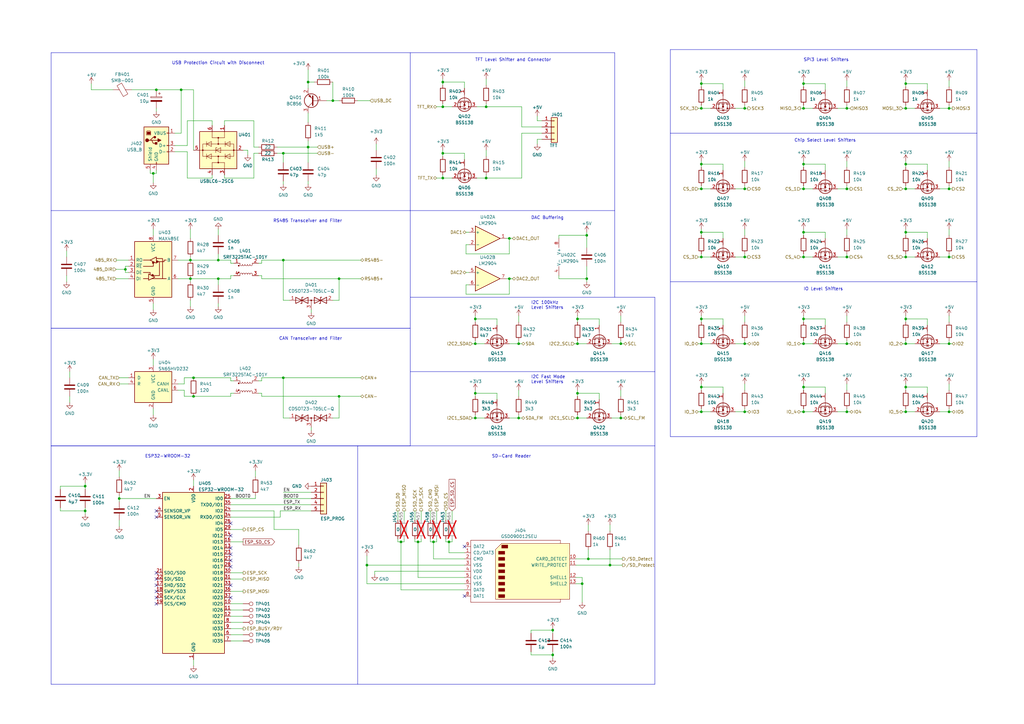
<source format=kicad_sch>
(kicad_sch (version 20230121) (generator eeschema)
  (paper "A3")
  (junction (at 79.375 162.56))
  (junction (at 194.945 171.45))
  (junction (at 139.065 114.3))
  (junction (at 329.565 130.81))
  (junction (at 236.855 140.97))
  (junction (at 126.365 33.655))
  (junction (at 177.8 222.25))
  (junction (at 136.525 41.275))
  (junction (at 371.475 95.25))
  (junction (at 347.345 105.41))
  (junction (at 212.725 140.97))
  (junction (at 305.435 44.45))
  (junction (at 150.495 231.775))
  (junction (at 371.475 168.91))
  (junction (at 305.435 140.97))
  (junction (at 194.945 161.29))
  (junction (at 371.475 67.31))
  (junction (at 208.915 114.3))
  (junction (at 89.535 106.68))
  (junction (at 389.255 168.91))
  (junction (at 64.135 36.83))
  (junction (at 199.39 43.815))
  (junction (at 305.435 105.41))
  (junction (at 208.915 97.79))
  (junction (at 329.565 44.45))
  (junction (at 194.945 130.81))
  (junction (at 236.855 130.81))
  (junction (at 371.475 77.47))
  (junction (at 226.695 258.445))
  (junction (at 287.655 158.75))
  (junction (at 329.565 34.29))
  (junction (at 347.345 168.91))
  (junction (at 305.435 77.47))
  (junction (at 171.45 222.25))
  (junction (at 212.725 171.45))
  (junction (at 139.065 162.56))
  (junction (at 238.76 239.395))
  (junction (at 199.39 73.025))
  (junction (at 181.61 43.815))
  (junction (at 181.61 33.655))
  (junction (at 389.255 140.97))
  (junction (at 287.655 168.91))
  (junction (at 116.205 154.94))
  (junction (at 164.465 222.25))
  (junction (at 371.475 44.45))
  (junction (at 371.475 140.97))
  (junction (at 116.205 106.68))
  (junction (at 89.535 114.3))
  (junction (at 371.475 130.81))
  (junction (at 78.105 106.68))
  (junction (at 389.255 44.45))
  (junction (at 254.635 140.97))
  (junction (at 389.255 77.47))
  (junction (at 389.255 105.41))
  (junction (at 74.295 36.83))
  (junction (at 329.565 158.75))
  (junction (at 240.665 96.52))
  (junction (at 181.61 73.025))
  (junction (at 78.105 114.3))
  (junction (at 181.61 62.865))
  (junction (at 287.655 67.31))
  (junction (at 329.565 140.97))
  (junction (at 347.345 77.47))
  (junction (at 287.655 105.41))
  (junction (at 62.865 71.12))
  (junction (at 347.345 44.45))
  (junction (at 287.655 95.25))
  (junction (at 287.655 34.29))
  (junction (at 329.565 168.91))
  (junction (at 287.655 130.81))
  (junction (at 236.855 171.45))
  (junction (at 287.655 44.45))
  (junction (at 371.475 105.41))
  (junction (at 347.345 140.97))
  (junction (at 329.565 95.25))
  (junction (at 305.435 168.91))
  (junction (at 79.375 154.94))
  (junction (at 329.565 77.47))
  (junction (at 126.365 60.325))
  (junction (at 240.665 114.3))
  (junction (at 51.435 110.49))
  (junction (at 184.15 222.25))
  (junction (at 254.635 171.45))
  (junction (at 287.655 140.97))
  (junction (at 371.475 34.29))
  (junction (at 116.205 62.865))
  (junction (at 226.695 268.605))
  (junction (at 34.925 199.39))
  (junction (at 371.475 158.75))
  (junction (at 250.19 231.775))
  (junction (at 241.3 229.235))
  (junction (at 287.655 77.47))
  (junction (at 236.855 161.29))
  (junction (at 329.565 67.31))
  (junction (at 48.895 204.47))
  (junction (at 34.925 209.55))
  (junction (at 194.945 140.97))
  (junction (at 329.565 105.41))
  (no_connect (at 94.615 245.11))
  (no_connect (at 94.615 214.63))
  (no_connect (at 64.135 234.95))
  (no_connect (at 94.615 227.33))
  (no_connect (at 190.5 244.475))
  (no_connect (at 64.135 245.11))
  (no_connect (at 64.135 209.55))
  (no_connect (at 94.615 240.03))
  (no_connect (at 94.615 232.41))
  (no_connect (at 94.615 224.79))
  (no_connect (at 94.615 219.71))
  (no_connect (at 64.135 237.49))
  (no_connect (at 64.135 247.65))
  (no_connect (at 64.135 212.09))
  (no_connect (at 190.5 224.155))
  (no_connect (at 64.135 240.03))
  (no_connect (at 94.615 229.87))
  (no_connect (at 64.135 242.57))
  (wire (pts (xy 287.655 33.02) (xy 287.655 34.29)))
  (wire (pts (xy 86.995 49.53) (xy 86.995 51.435)))
  (wire (pts (xy 177.8 222.25) (xy 177.8 229.235)))
  (wire (pts (xy 305.435 77.47) (xy 301.625 77.47)))
  (wire (pts (xy 126.365 28.575) (xy 126.365 33.655)))
  (wire (pts (xy 154.305 69.215) (xy 154.305 71.755)))
  (wire (pts (xy 94.615 255.27) (xy 99.695 255.27)))
  (wire (pts (xy 126.365 60.325) (xy 126.365 66.675)))
  (wire (pts (xy 347.345 104.14) (xy 347.345 105.41)))
  (wire (pts (xy 229.235 113.03) (xy 229.235 114.3)))
  (wire (pts (xy 287.655 77.47) (xy 291.465 77.47)))
  (wire (pts (xy 94.615 260.35) (xy 99.695 260.35)))
  (polyline (pts (xy 274.955 54.61) (xy 274.955 179.07)))
  (wire (pts (xy 287.655 130.81) (xy 287.655 132.08)))
  (wire (pts (xy 245.745 130.81) (xy 236.855 130.81)))
  (wire (pts (xy 94.615 252.73) (xy 99.695 252.73)))
  (wire (pts (xy 48.895 203.2) (xy 48.895 204.47)))
  (wire (pts (xy 47.625 106.68) (xy 52.705 106.68)))
  (wire (pts (xy 104.14 49.53) (xy 104.14 60.325)))
  (wire (pts (xy 380.365 133.35) (xy 380.365 130.81)))
  (wire (pts (xy 287.655 157.48) (xy 287.655 158.75)))
  (polyline (pts (xy 168.275 152.4) (xy 268.605 152.4)))
  (wire (pts (xy 48.895 204.47) (xy 64.135 204.47)))
  (polyline (pts (xy 20.955 134.62) (xy 168.275 134.62)))
  (wire (pts (xy 347.345 105.41) (xy 343.535 105.41)))
  (wire (pts (xy 94.615 209.55) (xy 112.395 209.55)))
  (polyline (pts (xy 146.685 182.88) (xy 268.605 182.88)))
  (wire (pts (xy 62.865 93.98) (xy 62.865 96.52)))
  (polyline (pts (xy 20.955 21.59) (xy 168.275 21.59)))
  (wire (pts (xy 116.205 106.68) (xy 147.955 106.68)))
  (wire (pts (xy 177.8 229.235) (xy 190.5 229.235)))
  (polyline (pts (xy 168.275 121.92) (xy 268.605 121.92)))
  (polyline (pts (xy 146.685 280.67) (xy 20.955 280.67)))
  (wire (pts (xy 329.565 104.14) (xy 329.565 105.41)))
  (wire (pts (xy 179.07 222.25) (xy 179.07 220.98)))
  (wire (pts (xy 286.385 105.41) (xy 287.655 105.41)))
  (wire (pts (xy 193.675 140.97) (xy 194.945 140.97)))
  (wire (pts (xy 126.365 46.355) (xy 126.365 50.165)))
  (polyline (pts (xy 252.095 86.36) (xy 252.095 121.92)))
  (wire (pts (xy 95.885 156.21) (xy 94.615 156.21)))
  (wire (pts (xy 338.455 97.79) (xy 338.455 95.25)))
  (wire (pts (xy 176.53 222.25) (xy 177.8 222.25)))
  (wire (pts (xy 328.295 44.45) (xy 329.565 44.45)))
  (wire (pts (xy 94.615 242.57) (xy 99.695 242.57)))
  (wire (pts (xy 305.435 44.45) (xy 301.625 44.45)))
  (wire (pts (xy 146.685 41.275) (xy 151.765 41.275)))
  (wire (pts (xy 371.475 66.04) (xy 371.475 67.31)))
  (wire (pts (xy 371.475 93.98) (xy 371.475 95.25)))
  (wire (pts (xy 94.615 212.09) (xy 114.935 212.09)))
  (wire (pts (xy 389.255 157.48) (xy 389.255 160.02)))
  (wire (pts (xy 235.585 140.97) (xy 236.855 140.97)))
  (wire (pts (xy 347.345 66.04) (xy 347.345 68.58)))
  (wire (pts (xy 27.305 102.87) (xy 27.305 105.41)))
  (wire (pts (xy 371.475 129.54) (xy 371.475 130.81)))
  (wire (pts (xy 220.345 49.53) (xy 222.25 49.53)))
  (wire (pts (xy 389.255 139.7) (xy 389.255 140.97)))
  (wire (pts (xy 104.14 73.025) (xy 104.14 62.865)))
  (wire (pts (xy 171.45 222.25) (xy 172.72 222.25)))
  (wire (pts (xy 286.385 140.97) (xy 287.655 140.97)))
  (wire (pts (xy 24.765 199.39) (xy 34.925 199.39)))
  (wire (pts (xy 199.39 42.545) (xy 199.39 43.815)))
  (wire (pts (xy 296.545 34.29) (xy 287.655 34.29)))
  (wire (pts (xy 287.655 158.75) (xy 287.655 160.02)))
  (wire (pts (xy 190.5 65.405) (xy 190.5 62.865)))
  (wire (pts (xy 163.195 222.25) (xy 164.465 222.25)))
  (wire (pts (xy 199.39 71.755) (xy 199.39 73.025)))
  (wire (pts (xy 250.19 225.425) (xy 250.19 231.775)))
  (polyline (pts (xy 20.955 182.88) (xy 20.955 280.67)))
  (wire (pts (xy 191.135 95.25) (xy 192.405 95.25)))
  (wire (pts (xy 184.15 226.695) (xy 184.15 222.25)))
  (wire (pts (xy 329.565 130.81) (xy 329.565 132.08)))
  (wire (pts (xy 94.615 204.47) (xy 104.775 204.47)))
  (wire (pts (xy 106.045 161.29) (xy 107.315 161.29)))
  (wire (pts (xy 182.88 220.98) (xy 182.88 222.25)))
  (wire (pts (xy 112.395 217.17) (xy 122.555 217.17)))
  (wire (pts (xy 136.525 41.275) (xy 139.065 41.275)))
  (wire (pts (xy 89.535 114.3) (xy 89.535 116.84)))
  (wire (pts (xy 371.475 157.48) (xy 371.475 158.75)))
  (wire (pts (xy 171.45 222.25) (xy 171.45 236.855)))
  (wire (pts (xy 371.475 140.97) (xy 375.285 140.97)))
  (wire (pts (xy 371.475 67.31) (xy 371.475 68.58)))
  (polyline (pts (xy 168.275 21.59) (xy 252.095 21.59)))
  (wire (pts (xy 240.665 95.25) (xy 240.665 96.52)))
  (wire (pts (xy 181.61 73.025) (xy 185.42 73.025)))
  (wire (pts (xy 389.255 43.18) (xy 389.255 44.45)))
  (wire (pts (xy 217.805 267.335) (xy 217.805 268.605)))
  (wire (pts (xy 164.465 222.25) (xy 164.465 241.935)))
  (wire (pts (xy 305.435 43.18) (xy 305.435 44.45)))
  (wire (pts (xy 73.025 106.68) (xy 78.105 106.68)))
  (wire (pts (xy 222.25 57.15) (xy 220.345 57.15)))
  (wire (pts (xy 208.915 97.79) (xy 210.185 97.79)))
  (wire (pts (xy 107.315 161.29) (xy 107.315 162.56)))
  (wire (pts (xy 229.235 114.3) (xy 240.665 114.3)))
  (wire (pts (xy 305.435 167.64) (xy 305.435 168.91)))
  (wire (pts (xy 347.345 44.45) (xy 348.615 44.45)))
  (wire (pts (xy 212.725 139.7) (xy 212.725 140.97)))
  (wire (pts (xy 213.995 43.815) (xy 213.995 52.07)))
  (wire (pts (xy 71.755 59.69) (xy 76.835 59.69)))
  (wire (pts (xy 380.365 67.31) (xy 371.475 67.31)))
  (wire (pts (xy 94.615 257.81) (xy 99.695 257.81)))
  (wire (pts (xy 153.67 235.585) (xy 153.67 234.315)))
  (wire (pts (xy 92.075 51.435) (xy 92.075 49.53)))
  (wire (pts (xy 203.835 130.81) (xy 194.945 130.81)))
  (polyline (pts (xy 400.685 179.07) (xy 400.685 54.61)))
  (wire (pts (xy 329.565 157.48) (xy 329.565 158.75)))
  (polyline (pts (xy 274.955 20.32) (xy 274.955 54.61)))
  (wire (pts (xy 78.105 123.19) (xy 78.105 125.73)))
  (polyline (pts (xy 268.605 152.4) (xy 268.605 182.88)))
  (wire (pts (xy 116.205 201.93) (xy 127.635 201.93)))
  (wire (pts (xy 127.635 175.26) (xy 127.635 176.53)))
  (wire (pts (xy 34.925 198.12) (xy 34.925 199.39)))
  (wire (pts (xy 287.655 66.04) (xy 287.655 67.31)))
  (wire (pts (xy 371.475 104.14) (xy 371.475 105.41)))
  (wire (pts (xy 254.635 171.45) (xy 255.905 171.45)))
  (wire (pts (xy 153.67 234.315) (xy 190.5 234.315)))
  (wire (pts (xy 329.565 167.64) (xy 329.565 168.91)))
  (wire (pts (xy 287.655 129.54) (xy 287.655 130.81)))
  (wire (pts (xy 296.545 161.29) (xy 296.545 158.75)))
  (wire (pts (xy 52.705 109.22) (xy 51.435 109.22)))
  (wire (pts (xy 287.655 34.29) (xy 287.655 35.56)))
  (polyline (pts (xy 168.275 86.36) (xy 252.095 86.36)))
  (wire (pts (xy 181.61 61.595) (xy 181.61 62.865)))
  (wire (pts (xy 107.315 154.94) (xy 116.205 154.94)))
  (wire (pts (xy 329.565 93.98) (xy 329.565 95.25)))
  (wire (pts (xy 296.545 97.79) (xy 296.545 95.25)))
  (wire (pts (xy 287.655 95.25) (xy 287.655 96.52)))
  (wire (pts (xy 79.375 196.85) (xy 79.375 199.39)))
  (wire (pts (xy 328.295 140.97) (xy 329.565 140.97)))
  (wire (pts (xy 94.615 154.94) (xy 79.375 154.94)))
  (wire (pts (xy 74.295 54.61) (xy 74.295 36.83)))
  (wire (pts (xy 191.135 120.65) (xy 191.135 116.84)))
  (wire (pts (xy 371.475 158.75) (xy 371.475 160.02)))
  (wire (pts (xy 254.635 140.97) (xy 250.825 140.97)))
  (wire (pts (xy 296.545 130.81) (xy 287.655 130.81)))
  (wire (pts (xy 116.205 62.865) (xy 130.175 62.865)))
  (wire (pts (xy 380.365 69.85) (xy 380.365 67.31)))
  (wire (pts (xy 329.565 77.47) (xy 333.375 77.47)))
  (wire (pts (xy 389.255 77.47) (xy 390.525 77.47)))
  (wire (pts (xy 347.345 44.45) (xy 343.535 44.45)))
  (wire (pts (xy 203.835 161.29) (xy 194.945 161.29)))
  (wire (pts (xy 236.855 170.18) (xy 236.855 171.45)))
  (wire (pts (xy 338.455 34.29) (xy 329.565 34.29)))
  (wire (pts (xy 203.835 163.83) (xy 203.835 161.29)))
  (wire (pts (xy 51.435 109.22) (xy 51.435 110.49)))
  (wire (pts (xy 389.255 168.91) (xy 390.525 168.91)))
  (wire (pts (xy 286.385 44.45) (xy 287.655 44.45)))
  (wire (pts (xy 305.435 76.2) (xy 305.435 77.47)))
  (wire (pts (xy 212.725 171.45) (xy 213.995 171.45)))
  (wire (pts (xy 94.615 222.25) (xy 99.695 222.25)))
  (wire (pts (xy 48.895 204.47) (xy 48.895 205.74)))
  (wire (pts (xy 338.455 133.35) (xy 338.455 130.81)))
  (wire (pts (xy 236.855 130.81) (xy 236.855 132.08)))
  (wire (pts (xy 118.745 123.19) (xy 116.205 123.19)))
  (wire (pts (xy 329.565 129.54) (xy 329.565 130.81)))
  (wire (pts (xy 229.235 96.52) (xy 240.665 96.52)))
  (wire (pts (xy 118.745 171.45) (xy 116.205 171.45)))
  (polyline (pts (xy 274.955 20.32) (xy 400.685 20.32)))
  (wire (pts (xy 24.765 208.28) (xy 24.765 209.55)))
  (wire (pts (xy 389.255 44.45) (xy 390.525 44.45)))
  (wire (pts (xy 389.255 33.02) (xy 389.255 35.56)))
  (polyline (pts (xy 20.955 182.88) (xy 146.685 182.88)))
  (wire (pts (xy 245.745 161.29) (xy 236.855 161.29)))
  (wire (pts (xy 371.475 139.7) (xy 371.475 140.97)))
  (wire (pts (xy 329.565 140.97) (xy 333.375 140.97)))
  (wire (pts (xy 172.72 222.25) (xy 172.72 220.98)))
  (wire (pts (xy 347.345 76.2) (xy 347.345 77.47)))
  (wire (pts (xy 305.435 140.97) (xy 301.625 140.97)))
  (wire (pts (xy 116.205 171.45) (xy 116.205 154.94)))
  (wire (pts (xy 75.565 162.56) (xy 79.375 162.56)))
  (wire (pts (xy 106.045 107.95) (xy 107.315 107.95)))
  (wire (pts (xy 240.665 114.3) (xy 240.665 115.57)))
  (wire (pts (xy 370.205 168.91) (xy 371.475 168.91)))
  (wire (pts (xy 347.345 77.47) (xy 348.615 77.47)))
  (wire (pts (xy 389.255 77.47) (xy 385.445 77.47)))
  (wire (pts (xy 207.645 97.79) (xy 208.915 97.79)))
  (wire (pts (xy 199.39 43.815) (xy 195.58 43.815)))
  (wire (pts (xy 116.205 154.94) (xy 147.955 154.94)))
  (wire (pts (xy 236.855 171.45) (xy 240.665 171.45)))
  (wire (pts (xy 338.455 158.75) (xy 329.565 158.75)))
  (wire (pts (xy 136.525 171.45) (xy 139.065 171.45)))
  (wire (pts (xy 305.435 33.02) (xy 305.435 35.56)))
  (wire (pts (xy 136.525 123.19) (xy 139.065 123.19)))
  (wire (pts (xy 24.765 200.66) (xy 24.765 199.39)))
  (wire (pts (xy 338.455 95.25) (xy 329.565 95.25)))
  (wire (pts (xy 95.885 113.03) (xy 94.615 113.03)))
  (wire (pts (xy 254.635 129.54) (xy 254.635 132.08)))
  (wire (pts (xy 287.655 167.64) (xy 287.655 168.91)))
  (wire (pts (xy 194.945 161.29) (xy 194.945 162.56)))
  (wire (pts (xy 199.39 73.025) (xy 213.995 73.025)))
  (wire (pts (xy 71.755 54.61) (xy 74.295 54.61)))
  (wire (pts (xy 181.61 62.865) (xy 181.61 64.135)))
  (wire (pts (xy 191.135 100.33) (xy 192.405 100.33)))
  (wire (pts (xy 380.365 97.79) (xy 380.365 95.25)))
  (wire (pts (xy 329.565 76.2) (xy 329.565 77.47)))
  (wire (pts (xy 182.88 222.25) (xy 184.15 222.25)))
  (wire (pts (xy 107.315 113.03) (xy 107.315 114.3)))
  (wire (pts (xy 371.475 130.81) (xy 371.475 132.08)))
  (wire (pts (xy 305.435 105.41) (xy 306.705 105.41)))
  (wire (pts (xy 236.855 139.7) (xy 236.855 140.97)))
  (wire (pts (xy 241.3 225.425) (xy 241.3 229.235)))
  (wire (pts (xy 104.775 193.04) (xy 104.775 195.58)))
  (wire (pts (xy 254.635 140.97) (xy 255.905 140.97)))
  (polyline (pts (xy 252.095 21.59) (xy 252.095 86.36)))
  (polyline (pts (xy 400.685 54.61) (xy 400.685 20.32)))
  (wire (pts (xy 389.255 140.97) (xy 385.445 140.97)))
  (polyline (pts (xy 274.955 115.57) (xy 400.685 115.57)))
  (wire (pts (xy 329.565 33.02) (xy 329.565 34.29)))
  (wire (pts (xy 126.365 60.325) (xy 130.175 60.325)))
  (wire (pts (xy 37.465 36.83) (xy 37.465 34.29)))
  (wire (pts (xy 48.895 157.48) (xy 52.705 157.48)))
  (wire (pts (xy 139.065 123.19) (xy 139.065 114.3)))
  (wire (pts (xy 296.545 133.35) (xy 296.545 130.81)))
  (wire (pts (xy 250.19 215.265) (xy 250.19 217.805)))
  (wire (pts (xy 212.725 140.97) (xy 213.995 140.97)))
  (wire (pts (xy 150.495 239.395) (xy 190.5 239.395)))
  (wire (pts (xy 236.22 239.395) (xy 238.76 239.395)))
  (wire (pts (xy 254.635 171.45) (xy 250.825 171.45)))
  (polyline (pts (xy 274.955 179.07) (xy 400.685 179.07)))
  (wire (pts (xy 287.655 168.91) (xy 291.465 168.91)))
  (wire (pts (xy 194.945 160.02) (xy 194.945 161.29)))
  (wire (pts (xy 76.835 59.69) (xy 76.835 49.53)))
  (wire (pts (xy 184.15 226.695) (xy 190.5 226.695)))
  (wire (pts (xy 371.475 44.45) (xy 375.285 44.45)))
  (wire (pts (xy 101.6 61.595) (xy 99.695 61.595)))
  (wire (pts (xy 139.065 171.45) (xy 139.065 162.56)))
  (wire (pts (xy 347.345 93.98) (xy 347.345 96.52)))
  (wire (pts (xy 370.205 140.97) (xy 371.475 140.97)))
  (polyline (pts (xy 268.605 182.88) (xy 268.605 280.67)))
  (wire (pts (xy 64.135 71.12) (xy 62.865 71.12)))
  (wire (pts (xy 112.395 209.55) (xy 112.395 217.17)))
  (wire (pts (xy 89.535 114.3) (xy 78.105 114.3)))
  (polyline (pts (xy 168.275 182.88) (xy 168.275 134.62)))
  (wire (pts (xy 185.42 209.55) (xy 185.42 213.36)))
  (wire (pts (xy 241.3 229.235) (xy 255.27 229.235)))
  (wire (pts (xy 139.065 114.3) (xy 147.955 114.3)))
  (wire (pts (xy 194.945 170.18) (xy 194.945 171.45)))
  (wire (pts (xy 220.345 47.625) (xy 220.345 49.53)))
  (wire (pts (xy 389.255 129.54) (xy 389.255 132.08)))
  (wire (pts (xy 89.535 93.98) (xy 89.535 96.52)))
  (wire (pts (xy 250.19 231.775) (xy 255.27 231.775)))
  (wire (pts (xy 184.15 222.25) (xy 185.42 222.25)))
  (wire (pts (xy 94.615 250.19) (xy 99.695 250.19)))
  (wire (pts (xy 75.565 160.02) (xy 75.565 162.56)))
  (wire (pts (xy 62.865 71.12) (xy 61.595 71.12)))
  (wire (pts (xy 190.5 36.195) (xy 190.5 33.655)))
  (wire (pts (xy 94.615 207.01) (xy 127.635 207.01)))
  (wire (pts (xy 370.205 77.47) (xy 371.475 77.47)))
  (wire (pts (xy 101.6 63.5) (xy 101.6 61.595)))
  (wire (pts (xy 329.565 95.25) (xy 329.565 96.52)))
  (wire (pts (xy 185.42 222.25) (xy 185.42 220.98)))
  (wire (pts (xy 305.435 105.41) (xy 301.625 105.41)))
  (wire (pts (xy 212.725 170.18) (xy 212.725 171.45)))
  (wire (pts (xy 104.775 203.2) (xy 104.775 204.47)))
  (wire (pts (xy 371.475 105.41) (xy 375.285 105.41)))
  (wire (pts (xy 254.635 139.7) (xy 254.635 140.97)))
  (wire (pts (xy 329.565 158.75) (xy 329.565 160.02)))
  (wire (pts (xy 287.655 93.98) (xy 287.655 95.25)))
  (wire (pts (xy 236.855 140.97) (xy 240.665 140.97)))
  (wire (pts (xy 347.345 140.97) (xy 343.535 140.97)))
  (wire (pts (xy 126.365 33.655) (xy 128.905 33.655)))
  (wire (pts (xy 338.455 161.29) (xy 338.455 158.75)))
  (wire (pts (xy 305.435 44.45) (xy 306.705 44.45)))
  (wire (pts (xy 213.995 73.025) (xy 213.995 54.61)))
  (wire (pts (xy 116.205 123.19) (xy 116.205 106.68)))
  (wire (pts (xy 76.835 62.23) (xy 76.835 73.025)))
  (wire (pts (xy 254.635 160.02) (xy 254.635 162.56)))
  (wire (pts (xy 389.255 93.98) (xy 389.255 96.52)))
  (wire (pts (xy 329.565 168.91) (xy 333.375 168.91)))
  (wire (pts (xy 95.885 107.95) (xy 94.615 107.95)))
  (wire (pts (xy 107.315 156.21) (xy 107.315 154.94)))
  (polyline (pts (xy 20.955 134.62) (xy 168.275 134.62)))
  (wire (pts (xy 338.455 36.83) (xy 338.455 34.29)))
  (wire (pts (xy 78.105 93.98) (xy 78.105 97.79)))
  (wire (pts (xy 104.14 60.325) (xy 106.045 60.325)))
  (wire (pts (xy 338.455 69.85) (xy 338.455 67.31)))
  (wire (pts (xy 347.345 105.41) (xy 348.615 105.41)))
  (wire (pts (xy 46.355 36.83) (xy 37.465 36.83)))
  (wire (pts (xy 338.455 130.81) (xy 329.565 130.81)))
  (wire (pts (xy 94.615 162.56) (xy 79.375 162.56)))
  (wire (pts (xy 329.565 105.41) (xy 333.375 105.41)))
  (wire (pts (xy 79.375 36.83) (xy 74.295 36.83)))
  (wire (pts (xy 126.365 57.785) (xy 126.365 60.325)))
  (wire (pts (xy 94.615 106.68) (xy 89.535 106.68)))
  (wire (pts (xy 79.375 270.51) (xy 79.375 273.05)))
  (wire (pts (xy 51.435 110.49) (xy 51.435 111.76)))
  (wire (pts (xy 194.945 171.45) (xy 198.755 171.45)))
  (wire (pts (xy 64.135 69.85) (xy 64.135 71.12)))
  (wire (pts (xy 380.365 161.29) (xy 380.365 158.75)))
  (wire (pts (xy 71.755 62.23) (xy 76.835 62.23)))
  (wire (pts (xy 296.545 69.85) (xy 296.545 67.31)))
  (wire (pts (xy 107.315 107.95) (xy 107.315 106.68)))
  (wire (pts (xy 371.475 167.64) (xy 371.475 168.91)))
  (wire (pts (xy 181.61 43.815) (xy 185.42 43.815)))
  (wire (pts (xy 199.39 43.815) (xy 213.995 43.815)))
  (wire (pts (xy 150.495 231.775) (xy 150.495 239.395)))
  (wire (pts (xy 238.76 247.015) (xy 238.76 239.395)))
  (wire (pts (xy 181.61 71.755) (xy 181.61 73.025)))
  (wire (pts (xy 328.295 168.91) (xy 329.565 168.91)))
  (wire (pts (xy 287.655 67.31) (xy 287.655 68.58)))
  (wire (pts (xy 34.925 199.39) (xy 34.925 200.66)))
  (wire (pts (xy 287.655 139.7) (xy 287.655 140.97)))
  (wire (pts (xy 86.995 73.025) (xy 86.995 71.755)))
  (wire (pts (xy 64.135 44.45) (xy 64.135 45.72)))
  (wire (pts (xy 194.945 129.54) (xy 194.945 130.81)))
  (wire (pts (xy 329.565 34.29) (xy 329.565 35.56)))
  (wire (pts (xy 328.295 105.41) (xy 329.565 105.41)))
  (wire (pts (xy 92.075 73.025) (xy 104.14 73.025)))
  (wire (pts (xy 380.365 34.29) (xy 371.475 34.29)))
  (wire (pts (xy 329.565 43.18) (xy 329.565 44.45)))
  (wire (pts (xy 107.315 114.3) (xy 139.065 114.3)))
  (wire (pts (xy 305.435 129.54) (xy 305.435 132.08)))
  (wire (pts (xy 126.365 33.655) (xy 126.365 36.195)))
  (wire (pts (xy 217.805 259.715) (xy 217.805 258.445)))
  (wire (pts (xy 199.39 32.385) (xy 199.39 34.925)))
  (wire (pts (xy 287.655 105.41) (xy 291.465 105.41)))
  (wire (pts (xy 208.915 114.3) (xy 208.915 120.65)))
  (wire (pts (xy 347.345 139.7) (xy 347.345 140.97)))
  (wire (pts (xy 240.665 109.22) (xy 240.665 114.3)))
  (wire (pts (xy 190.5 33.655) (xy 181.61 33.655)))
  (wire (pts (xy 226.695 267.335) (xy 226.695 268.605)))
  (wire (pts (xy 347.345 43.18) (xy 347.345 44.45)))
  (wire (pts (xy 106.045 113.03) (xy 107.315 113.03)))
  (wire (pts (xy 27.305 113.03) (xy 27.305 115.57)))
  (wire (pts (xy 48.895 154.94) (xy 52.705 154.94)))
  (wire (pts (xy 73.025 160.02) (xy 75.565 160.02)))
  (wire (pts (xy 34.925 209.55) (xy 34.925 208.28)))
  (wire (pts (xy 371.475 77.47) (xy 375.285 77.47)))
  (wire (pts (xy 389.255 105.41) (xy 385.445 105.41)))
  (wire (pts (xy 194.945 140.97) (xy 198.755 140.97)))
  (polyline (pts (xy 20.955 134.62) (xy 20.955 182.88)))
  (wire (pts (xy 347.345 77.47) (xy 343.535 77.47)))
  (wire (pts (xy 62.865 124.46) (xy 62.865 127)))
  (wire (pts (xy 238.76 236.855) (xy 236.22 236.855)))
  (wire (pts (xy 181.61 42.545) (xy 181.61 43.815)))
  (wire (pts (xy 305.435 93.98) (xy 305.435 96.52)))
  (wire (pts (xy 122.555 231.14) (xy 122.555 232.41)))
  (wire (pts (xy 286.385 168.91) (xy 287.655 168.91)))
  (wire (pts (xy 203.835 133.35) (xy 203.835 130.81)))
  (wire (pts (xy 245.745 163.83) (xy 245.745 161.29)))
  (wire (pts (xy 172.72 209.55) (xy 172.72 213.36)))
  (wire (pts (xy 113.665 60.325) (xy 126.365 60.325)))
  (wire (pts (xy 122.555 217.17) (xy 122.555 223.52)))
  (wire (pts (xy 212.725 129.54) (xy 212.725 132.08)))
  (wire (pts (xy 208.915 104.14) (xy 191.135 104.14)))
  (wire (pts (xy 296.545 95.25) (xy 287.655 95.25)))
  (wire (pts (xy 94.615 247.65) (xy 99.695 247.65)))
  (wire (pts (xy 94.615 107.95) (xy 94.615 106.68)))
  (wire (pts (xy 94.615 262.89) (xy 99.695 262.89)))
  (wire (pts (xy 241.3 229.235) (xy 236.22 229.235)))
  (wire (pts (xy 47.625 114.3) (xy 52.705 114.3)))
  (wire (pts (xy 208.915 114.3) (xy 210.185 114.3)))
  (wire (pts (xy 94.615 234.95) (xy 99.695 234.95)))
  (wire (pts (xy 62.865 147.32) (xy 62.865 149.86)))
  (wire (pts (xy 199.39 61.595) (xy 199.39 64.135)))
  (wire (pts (xy 76.835 49.53) (xy 86.995 49.53)))
  (wire (pts (xy 64.135 36.83) (xy 53.975 36.83)))
  (wire (pts (xy 287.655 44.45) (xy 291.465 44.45)))
  (wire (pts (xy 94.615 217.17) (xy 99.695 217.17)))
  (wire (pts (xy 347.345 140.97) (xy 348.615 140.97)))
  (wire (pts (xy 113.665 62.865) (xy 116.205 62.865)))
  (wire (pts (xy 240.665 96.52) (xy 240.665 101.6)))
  (wire (pts (xy 191.135 116.84) (xy 192.405 116.84)))
  (wire (pts (xy 212.725 140.97) (xy 208.915 140.97)))
  (wire (pts (xy 73.025 114.3) (xy 78.105 114.3)))
  (wire (pts (xy 76.835 73.025) (xy 86.995 73.025)))
  (wire (pts (xy 165.735 209.55) (xy 165.735 213.36)))
  (polyline (pts (xy 274.955 54.61) (xy 400.685 54.61)))
  (wire (pts (xy 179.07 209.55) (xy 179.07 213.36)))
  (wire (pts (xy 329.565 67.31) (xy 329.565 68.58)))
  (wire (pts (xy 89.535 104.14) (xy 89.535 106.68)))
  (wire (pts (xy 92.075 49.53) (xy 104.14 49.53)))
  (wire (pts (xy 380.365 95.25) (xy 371.475 95.25)))
  (wire (pts (xy 154.305 59.055) (xy 154.305 61.595)))
  (wire (pts (xy 182.88 209.55) (xy 182.88 213.36)))
  (wire (pts (xy 79.375 36.83) (xy 79.375 61.595)))
  (wire (pts (xy 127.635 127) (xy 127.635 128.27)))
  (wire (pts (xy 28.575 152.4) (xy 28.575 154.94)))
  (wire (pts (xy 116.205 75.565) (xy 116.205 74.295)))
  (wire (pts (xy 241.3 215.265) (xy 241.3 217.805)))
  (wire (pts (xy 116.205 204.47) (xy 127.635 204.47)))
  (polyline (pts (xy 20.955 182.88) (xy 168.275 182.88)))
  (wire (pts (xy 94.615 237.49) (xy 99.695 237.49)))
  (wire (pts (xy 94.615 161.29) (xy 94.615 162.56)))
  (wire (pts (xy 235.585 171.45) (xy 236.855 171.45)))
  (polyline (pts (xy 20.955 86.36) (xy 20.955 134.62)))
  (wire (pts (xy 74.295 36.83) (xy 64.135 36.83)))
  (wire (pts (xy 371.475 95.25) (xy 371.475 96.52)))
  (wire (pts (xy 94.615 113.03) (xy 94.615 114.3)))
  (wire (pts (xy 170.18 222.25) (xy 171.45 222.25)))
  (wire (pts (xy 286.385 77.47) (xy 287.655 77.47)))
  (wire (pts (xy 28.575 162.56) (xy 28.575 165.1)))
  (wire (pts (xy 338.455 67.31) (xy 329.565 67.31)))
  (wire (pts (xy 116.205 62.865) (xy 116.205 66.675)))
  (wire (pts (xy 150.495 227.965) (xy 150.495 231.775)))
  (wire (pts (xy 89.535 124.46) (xy 89.535 125.73)))
  (wire (pts (xy 389.255 76.2) (xy 389.255 77.47)))
  (wire (pts (xy 191.135 111.76) (xy 192.405 111.76)))
  (wire (pts (xy 380.365 36.83) (xy 380.365 34.29)))
  (wire (pts (xy 126.365 75.565) (xy 126.365 74.295)))
  (wire (pts (xy 287.655 104.14) (xy 287.655 105.41)))
  (wire (pts (xy 347.345 167.64) (xy 347.345 168.91)))
  (wire (pts (xy 176.53 220.98) (xy 176.53 222.25)))
  (wire (pts (xy 380.365 130.81) (xy 371.475 130.81)))
  (polyline (pts (xy 268.605 121.92) (xy 268.605 152.4)))
  (wire (pts (xy 61.595 71.12) (xy 61.595 69.85)))
  (wire (pts (xy 347.345 168.91) (xy 343.535 168.91)))
  (wire (pts (xy 177.8 222.25) (xy 179.07 222.25)))
  (wire (pts (xy 236.855 161.29) (xy 236.855 162.56)))
  (wire (pts (xy 370.205 44.45) (xy 371.475 44.45)))
  (wire (pts (xy 287.655 140.97) (xy 291.465 140.97)))
  (wire (pts (xy 389.255 105.41) (xy 390.525 105.41)))
  (wire (pts (xy 24.765 209.55) (xy 34.925 209.55)))
  (polyline (pts (xy 268.605 280.67) (xy 146.685 280.67)))
  (wire (pts (xy 305.435 66.04) (xy 305.435 68.58)))
  (wire (pts (xy 217.805 268.605) (xy 226.695 268.605)))
  (wire (pts (xy 139.065 162.56) (xy 147.955 162.56)))
  (polyline (pts (xy 20.955 86.36) (xy 168.275 86.36)))
  (wire (pts (xy 190.5 62.865) (xy 181.61 62.865)))
  (wire (pts (xy 371.475 43.18) (xy 371.475 44.45)))
  (wire (pts (xy 296.545 36.83) (xy 296.545 34.29)))
  (wire (pts (xy 347.345 129.54) (xy 347.345 132.08)))
  (wire (pts (xy 305.435 104.14) (xy 305.435 105.41)))
  (wire (pts (xy 194.945 130.81) (xy 194.945 132.08)))
  (wire (pts (xy 163.195 209.55) (xy 163.195 213.36)))
  (wire (pts (xy 164.465 241.935) (xy 190.5 241.935)))
  (wire (pts (xy 371.475 33.02) (xy 371.475 34.29)))
  (wire (pts (xy 220.345 57.15) (xy 220.345 59.055)))
  (wire (pts (xy 305.435 168.91) (xy 306.705 168.91)))
  (wire (pts (xy 245.745 133.35) (xy 245.745 130.81)))
  (wire (pts (xy 305.435 168.91) (xy 301.625 168.91)))
  (wire (pts (xy 213.995 54.61) (xy 222.25 54.61)))
  (wire (pts (xy 389.255 104.14) (xy 389.255 105.41)))
  (wire (pts (xy 347.345 33.02) (xy 347.345 35.56)))
  (wire (pts (xy 95.885 161.29) (xy 94.615 161.29)))
  (wire (pts (xy 212.725 160.02) (xy 212.725 162.56)))
  (wire (pts (xy 73.025 157.48) (xy 75.565 157.48)))
  (wire (pts (xy 107.315 162.56) (xy 139.065 162.56)))
  (wire (pts (xy 48.895 213.36) (xy 48.895 215.9)))
  (wire (pts (xy 48.895 193.04) (xy 48.895 195.58)))
  (wire (pts (xy 179.07 73.025) (xy 181.61 73.025)))
  (wire (pts (xy 165.735 222.25) (xy 165.735 220.98)))
  (wire (pts (xy 287.655 43.18) (xy 287.655 44.45)))
  (wire (pts (xy 75.565 157.48) (xy 75.565 154.94)))
  (wire (pts (xy 207.645 114.3) (xy 208.915 114.3)))
  (wire (pts (xy 176.53 209.55) (xy 176.53 213.36)))
  (wire (pts (xy 136.525 33.655) (xy 136.525 41.275)))
  (wire (pts (xy 226.695 257.81) (xy 226.695 258.445)))
  (wire (pts (xy 226.695 268.605) (xy 226.695 269.875)))
  (wire (pts (xy 92.075 71.755) (xy 92.075 73.025)))
  (wire (pts (xy 329.565 44.45) (xy 333.375 44.45)))
  (wire (pts (xy 78.105 105.41) (xy 78.105 106.68)))
  (wire (pts (xy 75.565 154.94) (xy 79.375 154.94)))
  (wire (pts (xy 199.39 73.025) (xy 195.58 73.025)))
  (wire (pts (xy 287.655 76.2) (xy 287.655 77.47)))
  (wire (pts (xy 226.695 259.715) (xy 226.695 258.445)))
  (wire (pts (xy 389.255 66.04) (xy 389.255 68.58)))
  (polyline (pts (xy 168.275 21.59) (xy 168.275 86.36)))
  (wire (pts (xy 347.345 168.91) (xy 348.615 168.91)))
  (wire (pts (xy 181.61 33.655) (xy 181.61 34.925)))
  (wire (pts (xy 150.495 231.775) (xy 190.5 231.775)))
  (wire (pts (xy 51.435 111.76) (xy 52.705 111.76)))
  (wire (pts (xy 389.255 140.97) (xy 390.525 140.97)))
  (wire (pts (xy 34.925 209.55) (xy 34.925 210.82)))
  (wire (pts (xy 296.545 158.75) (xy 287.655 158.75)))
  (wire (pts (xy 217.805 258.445) (xy 226.695 258.445)))
  (wire (pts (xy 213.995 52.07) (xy 222.25 52.07)))
  (wire (pts (xy 236.855 160.02) (xy 236.855 161.29)))
  (wire (pts (xy 62.865 71.12) (xy 62.865 74.93)))
  (wire (pts (xy 94.615 114.3) (xy 89.535 114.3)))
  (wire (pts (xy 296.545 67.31) (xy 287.655 67.31)))
  (wire (pts (xy 236.855 129.54) (xy 236.855 130.81)))
  (polyline (pts (xy 168.275 134.62) (xy 168.275 86.36)))
  (wire (pts (xy 179.07 43.815) (xy 181.61 43.815)))
  (wire (pts (xy 208.915 120.65) (xy 191.135 120.65)))
  (wire (pts (xy 106.045 156.21) (xy 107.315 156.21)))
  (wire (pts (xy 305.435 77.47) (xy 306.705 77.47)))
  (wire (pts (xy 389.255 44.45) (xy 385.445 44.45)))
  (wire (pts (xy 238.76 239.395) (xy 238.76 236.855)))
  (wire (pts (xy 370.205 105.41) (xy 371.475 105.41)))
  (wire (pts (xy 171.45 236.855) (xy 190.5 236.855)))
  (wire (pts (xy 389.255 167.64) (xy 389.255 168.91)))
  (wire (pts (xy 347.345 157.48) (xy 347.345 160.02)))
  (wire (pts (xy 250.19 231.775) (xy 236.22 231.775)))
  (wire (pts (xy 389.255 168.91) (xy 385.445 168.91)))
  (wire (pts (xy 371.475 34.29) (xy 371.475 35.56)))
  (wire (pts (xy 371.475 168.91) (xy 375.285 168.91)))
  (wire (pts (xy 104.14 62.865) (xy 106.045 62.865)))
  (wire (pts (xy 164.465 222.25) (xy 165.735 222.25)))
  (wire (pts (xy 371.475 76.2) (xy 371.475 77.47)))
  (wire (pts (xy 114.935 212.09) (xy 114.935 209.55)))
  (wire (pts (xy 305.435 140.97) (xy 306.705 140.97)))
  (wire (pts (xy 181.61 32.385) (xy 181.61 33.655)))
  (wire (pts (xy 163.195 220.98) (xy 163.195 222.25)))
  (wire (pts (xy 170.18 209.55) (xy 170.18 213.36)))
  (wire (pts (xy 193.675 171.45) (xy 194.945 171.45)))
  (wire (pts (xy 305.435 139.7) (xy 305.435 140.97)))
  (wire (pts (xy 62.865 167.64) (xy 62.865 170.18)))
  (wire (pts (xy 94.615 156.21) (xy 94.615 154.94)))
  (wire (pts (xy 380.365 158.75) (xy 371.475 158.75)))
  (wire (pts (xy 78.105 114.3) (xy 78.105 115.57)))
  (polyline (pts (xy 146.685 182.88) (xy 146.685 280.67)))
  (wire (pts (xy 89.535 106.68) (xy 78.105 106.68)))
  (wire (pts (xy 329.565 66.04) (xy 329.565 67.31)))
  (wire (pts (xy 133.985 41.275) (xy 136.525 41.275)))
  (wire (pts (xy 208.915 97.79) (xy 208.915 104.14)))
  (wire (pts (xy 107.315 106.68) (xy 116.205 106.68)))
  (wire (pts (xy 114.935 209.55) (xy 127.635 209.55)))
  (wire (pts (xy 229.235 97.79) (xy 229.235 96.52)))
  (wire (pts (xy 191.135 104.14) (xy 191.135 100.33)))
  (wire (pts (xy 170.18 220.98) (xy 170.18 222.25)))
  (polyline (pts (xy 20.955 86.36) (xy 20.955 21.59)))
  (wire (pts (xy 194.945 139.7) (xy 194.945 140.97)))
  (wire (pts (xy 47.625 110.49) (xy 51.435 110.49)))
  (wire (pts (xy 328.295 77.47) (xy 329.565 77.47)))
  (wire (pts (xy 254.635 170.18) (xy 254.635 171.45)))
  (wire (pts (xy 212.725 171.45) (xy 208.915 171.45)))
  (wire (pts (xy 305.435 157.48) (xy 305.435 160.02)))
  (wire (pts (xy 329.565 139.7) (xy 329.565 140.97)))
  (text "DAC Buffering" (at 217.805 90.17 0) (effects (font (size 1.27 1.27)) (justify left bottom)))
  (text "ESP32-WROOM-32" (at 78.105 187.96 0) (effects (font (size 1.27 1.27)) (justify right bottom)))
  (text "SPI3 Level Shifters" (at 329.565 25.4 0) (effects (font (size 1.27 1.27)) (justify left bottom)))
  (text "USB Protection Circuit with Disconnect" (at 70.485 26.67 0) (effects (font (size 1.27 1.27)) (justify left bottom)))
  (text "I2C Fast Mode\nLevel Shifters" (at 217.805 157.48 0) (effects (font (size 1.27 1.27)) (justify left bottom)))
  (text "I2C 100kHz\nLevel Shifters" (at 217.805 127 0) (effects (font (size 1.27 1.27)) (justify left bottom)))
  (text "RS485 Transceiver and Filter" (at 140.335 91.44 0) (effects (font (size 1.27 1.27)) (justify right bottom)))
  (text "SD-Card Reader" (at 217.805 187.96 0) (effects (font (size 1.27 1.27)) (justify right bottom)))
  (text "CAN Transceiver and Filter" (at 140.335 139.7 0) (effects (font (size 1.27 1.27)) (justify right bottom)))
  (text "IO Level Shifters" (at 329.565 119.38 0) (effects (font (size 1.27 1.27)) (justify left bottom)))
  (text "Chip Select Level Shifters" (at 325.755 58.42 0) (effects (font (size 1.27 1.27)) (justify left bottom)))
  (text "TFT Level Shifter and Connector" (at 226.06 25.4 0) (effects (font (size 1.27 1.27)) (justify right bottom)))
  (label "BOOT0" (at 116.205 204.47 0))
  (label "EN" (at 116.205 201.93 0))
  (label "EN" (at 59.055 204.47 0))
  (label "BOOT0" (at 96.52 204.47 0))
  (label "ESP_RX" (at 116.205 209.55 0))
  (label "ESP_TX" (at 116.205 207.01 0))
  (global_label "ESP_SD_CS" (shape output) (at 99.695 222.25 0) (property "Intersheetrefs" "${INTERSHEET_REFS}" (effects hide)))
  (global_label "ESP_SD_CS" (shape input) (at 185.42 209.55 90) (property "Intersheetrefs" "${INTERSHEET_REFS}" (effects hide)))
  (hierarchical_label "IO5" (shape bidirectional) (at 390.525 168.91 0))
  (hierarchical_label "MOSI3" (shape output) (at 390.525 44.45 0))
  (hierarchical_label "SD_D0" (shape output) (at 163.195 209.55 90))
  (hierarchical_label "I2C1_SCL" (shape input) (at 235.585 171.45 180))
  (hierarchical_label "TFT_RX" (shape bidirectional) (at 179.07 43.815 180))
  (hierarchical_label "485_RX" (shape output) (at 47.625 106.68 180))
  (hierarchical_label "RS485-" (shape bidirectional) (at 147.955 106.68 0))
  (hierarchical_label "{slash}SD_Detect" (shape output) (at 255.27 229.235 0))
  (hierarchical_label "SCK3" (shape output) (at 306.705 44.45 0))
  (hierarchical_label "CS0" (shape output) (at 306.705 77.47 0))
  (hierarchical_label "IO_4" (shape bidirectional) (at 328.295 168.91 180))
  (hierarchical_label "CAN_RX" (shape output) (at 48.895 157.48 180))
  (hierarchical_label "USB_DC" (shape input) (at 151.765 41.275 0))
  (hierarchical_label "CS_5" (shape input) (at 370.205 105.41 180))
  (hierarchical_label "IO3" (shape bidirectional) (at 306.705 168.91 0))
  (hierarchical_label "RS485+" (shape bidirectional) (at 147.955 114.3 0))
  (hierarchical_label "IO2" (shape bidirectional) (at 390.525 140.97 0))
  (hierarchical_label "ESP_BUSY{slash}RDY" (shape output) (at 99.695 257.81 0))
  (hierarchical_label "ESP_CS" (shape output) (at 99.695 217.17 0))
  (hierarchical_label "IO_1" (shape bidirectional) (at 328.295 140.97 180))
  (hierarchical_label "SDA" (shape bidirectional) (at 213.995 140.97 0))
  (hierarchical_label "CAN+" (shape bidirectional) (at 147.955 154.94 0))
  (hierarchical_label "MISO_3" (shape output) (at 328.295 44.45 180))
  (hierarchical_label "CS2" (shape output) (at 390.525 77.47 0))
  (hierarchical_label "DAC1" (shape bidirectional) (at 191.135 95.25 180))
  (hierarchical_label "SDA_FM" (shape bidirectional) (at 213.995 171.45 0))
  (hierarchical_label "USB+" (shape input) (at 130.175 60.325 0))
  (hierarchical_label "IO0" (shape bidirectional) (at 306.705 140.97 0))
  (hierarchical_label "IO_2" (shape bidirectional) (at 370.205 140.97 180))
  (hierarchical_label "IO1" (shape bidirectional) (at 348.615 140.97 0))
  (hierarchical_label "MOSI_3" (shape input) (at 370.205 44.45 180))
  (hierarchical_label "CS_2" (shape input) (at 370.205 77.47 180))
  (hierarchical_label "DAC2_OUT" (shape bidirectional) (at 210.185 114.3 0))
  (hierarchical_label "I2C2_SCL" (shape input) (at 235.585 140.97 180))
  (hierarchical_label "SD_CS" (shape input) (at 182.88 209.55 90))
  (hierarchical_label "ESP_MISO" (shape output) (at 99.695 237.49 0))
  (hierarchical_label "ESP_SCK" (shape output) (at 99.695 234.95 0))
  (hierarchical_label "SD_CMD" (shape output) (at 176.53 209.55 90))
  (hierarchical_label "CAN-" (shape bidirectional) (at 147.955 162.56 0))
  (hierarchical_label "CS_1" (shape input) (at 328.295 77.47 180))
  (hierarchical_label "IO_3" (shape bidirectional) (at 286.385 168.91 180))
  (hierarchical_label "ESP_SCK" (shape output) (at 172.72 209.55 90))
  (hierarchical_label "SCK_3" (shape input) (at 286.385 44.45 180))
  (hierarchical_label "ESP_MOSI" (shape output) (at 179.07 209.55 90))
  (hierarchical_label "DAC2" (shape bidirectional) (at 191.135 111.76 180))
  (hierarchical_label "CS3" (shape output) (at 306.705 105.41 0))
  (hierarchical_label "CAN_TX" (shape input) (at 48.895 154.94 180))
  (hierarchical_label "CS_4" (shape input) (at 328.295 105.41 180))
  (hierarchical_label "ESP_MISO" (shape output) (at 165.735 209.55 90))
  (hierarchical_label "CS_0" (shape input) (at 286.385 77.47 180))
  (hierarchical_label "SCL_FM" (shape bidirectional) (at 255.905 171.45 0))
  (hierarchical_label "485_TX" (shape input) (at 47.625 114.3 180))
  (hierarchical_label "{slash}SD_Protect" (shape output) (at 255.27 231.775 0))
  (hierarchical_label "MISO3" (shape input) (at 348.615 44.45 0))
  (hierarchical_label "IO_0" (shape bidirectional) (at 286.385 140.97 180))
  (hierarchical_label "SD_SCK" (shape output) (at 170.18 209.55 90))
  (hierarchical_label "I2C1_SDA" (shape input) (at 193.675 171.45 180))
  (hierarchical_label "485_DIR" (shape input) (at 47.625 110.49 180))
  (hierarchical_label "CS4" (shape output) (at 348.615 105.41 0))
  (hierarchical_label "IO_5" (shape bidirectional) (at 370.205 168.91 180))
  (hierarchical_label "ESP_MOSI" (shape output) (at 99.695 242.57 0))
  (hierarchical_label "CS5" (shape output) (at 390.525 105.41 0))
  (hierarchical_label "CS_3" (shape input) (at 286.385 105.41 180))
  (hierarchical_label "IO4" (shape bidirectional) (at 348.615 168.91 0))
  (hierarchical_label "DAC1_OUT" (shape bidirectional) (at 210.185 97.79 0))
  (hierarchical_label "I2C2_SDA" (shape input) (at 193.675 140.97 180))
  (hierarchical_label "TFT_TX" (shape bidirectional) (at 179.07 73.025 180))
  (hierarchical_label "USB-" (shape input) (at 130.175 62.865 0))
  (hierarchical_label "CS1" (shape output) (at 348.615 77.47 0))
  (hierarchical_label "SCL" (shape bidirectional) (at 255.905 140.97 0))
  (symbol (lib_id "Transistor_FET:BSS138") (at 380.365 102.87 270) (unit 1)
    (property "Reference" "Q412" (at 380.365 109.3454 90))
    (property "Value" "BSS138" (at 380.365 111.8823 90))
    (property "Footprint" "Package_TO_SOT_SMD:SOT-23" (effects hide))
    (property "Datasheet" "https://www.onsemi.com/pub/Collateral/BSS138-D.PDF" (effects hide))
  )
  (symbol (lib_id "power:GND") (at 79.375 273.05 0) (unit 1)
    (property "Reference" "#PWR0486" (effects hide))
    (property "Value" "GND" (at 79.375 277.4934 0))
  )
  (symbol (lib_id "power:+3V3") (at 241.3 215.265 0) (unit 1)
    (property "Reference" "#PWR0477" (effects hide))
    (property "Value" "+3V3" (at 241.3 211.6892 0))
  )
  (symbol (lib_id "power:+3V3") (at 329.565 157.48 0) (unit 1)
    (property "Reference" "#PWR0460" (effects hide))
    (property "Value" "+3V3" (at 329.565 153.9042 0))
  )
  (symbol (lib_id "power:GND") (at 226.695 269.875 0) (unit 1)
    (property "Reference" "#PWR0485" (effects hide))
    (property "Value" "GND" (at 226.695 274.3184 0))
  )
  (symbol (lib_id "power:+5V") (at 37.465 34.29 0) (mirror y) (unit 1)
    (property "Reference" "#PWR0410" (effects hide))
    (property "Value" "+5V" (at 37.465 30.7142 0))
  )
  (symbol (lib_id "power:+5V") (at 347.345 157.48 0) (unit 1)
    (property "Reference" "#PWR0461" (effects hide))
    (property "Value" "+5V" (at 347.345 153.9042 0))
  )
  (symbol (lib_id "power:+5V") (at 305.435 157.48 0) (unit 1)
    (property "Reference" "#PWR0459" (effects hide))
    (property "Value" "+5V" (at 305.435 153.9042 0))
  )
  (symbol (lib_id "power:GND") (at 127.635 199.39 270) (unit 1)
    (property "Reference" "#PWR0476" (effects hide))
    (property "Value" "GND" (at 123.825 199.39 90) (effects (justify right)))
  )
  (symbol (lib_id "Transistor_FET:BSS138") (at 245.745 168.91 270) (unit 1)
    (property "Reference" "Q422" (at 245.745 175.3854 90))
    (property "Value" "BSS138" (at 245.745 177.9223 90))
    (property "Footprint" "Package_TO_SOT_SMD:SOT-23" (effects hide))
    (property "Datasheet" "https://www.onsemi.com/pub/Collateral/BSS138-D.PDF" (effects hide))
  )
  (symbol (lib_id "Device:R") (at 287.655 72.39 0) (unit 1)
    (property "Reference" "R416" (at 290.195 71.1199 0) (effects (justify left)))
    (property "Value" "10k" (at 290.195 73.6599 0) (effects (justify left)))
    (property "Footprint" "Resistor_SMD:R_0805_2012Metric" (effects hide))
  )
  (symbol (lib_id "power:GND") (at 48.895 215.9 0) (unit 1)
    (property "Reference" "#PWR0479" (effects hide))
    (property "Value" "GND" (at 48.895 220.3434 0))
  )
  (symbol (lib_id "Device:R") (at 122.555 227.33 0) (unit 1)
    (property "Reference" "R462" (at 124.46 226.06 0) (effects (justify left)))
    (property "Value" "4k7" (at 124.46 228.6 0) (effects (justify left)))
    (property "Footprint" "Resistor_SMD:R_0805_2012Metric" (effects hide))
  )
  (symbol (lib_id "power:GND") (at 154.305 71.755 0) (mirror y) (unit 1)
    (property "Reference" "#PWR0425" (effects hide))
    (property "Value" "GND" (at 154.305 76.1984 0))
  )
  (symbol (lib_id "Device:R") (at 165.735 217.17 0) (unit 1) (dnp yes)
    (property "Reference" "J455" (at 164.465 214.63 90) (effects (justify left)))
    (property "Value" "0" (at 165.1 217.17 0) (effects (justify left)))
    (property "Footprint" "Jumper:SolderJumper-2_P1.3mm_Open_TrianglePad1.0x1.5mm" (effects hide))
  )
  (symbol (lib_id "Connector:TestPoint") (at 99.695 247.65 270) (unit 1)
    (property "Reference" "TP401" (at 104.775 247.65 90) (effects (justify left)))
    (property "Value" "TestPoint" (effects hide))
    (property "Footprint" "TestPoint:TestPoint_Keystone_5000-5004_Miniature" (effects hide))
  )
  (symbol (lib_id "Device:C") (at 116.205 70.485 0) (unit 1)
    (property "Reference" "C403" (at 118.745 69.215 0) (effects (justify left)))
    (property "Value" "47p" (at 118.745 71.755 0) (effects (justify left)))
    (property "Footprint" "Capacitor_SMD:C_0805_2012Metric" (effects hide))
  )
  (symbol (lib_id "Transistor_FET:BSS138") (at 338.455 41.91 270) (unit 1)
    (property "Reference" "Q404" (at 338.455 48.3854 90))
    (property "Value" "BSS138" (at 338.455 50.9223 90))
    (property "Footprint" "Package_TO_SOT_SMD:SOT-23" (effects hide))
    (property "Datasheet" "https://www.onsemi.com/pub/Collateral/BSS138-D.PDF" (effects hide))
  )
  (symbol (lib_id "Device:D_TVS_Dual_AAC") (at 127.635 171.45 0) (unit 1)
    (property "Reference" "D402" (at 127.635 165.1 0))
    (property "Value" "CDSOT23-T05LC-Q" (at 127.635 167.64 0))
    (property "Footprint" "Package_TO_SOT_SMD:SOT-23" (effects hide))
  )
  (symbol (lib_id "power:+5V") (at 305.435 129.54 0) (unit 1)
    (property "Reference" "#PWR0451" (effects hide))
    (property "Value" "+5V" (at 305.435 125.9642 0))
  )
  (symbol (lib_id "Device:R") (at 287.655 100.33 0) (unit 1)
    (property "Reference" "R422" (at 290.195 99.0599 0) (effects (justify left)))
    (property "Value" "10k" (at 290.195 101.5999 0) (effects (justify left)))
    (property "Footprint" "Resistor_SMD:R_0805_2012Metric" (effects hide))
  )
  (symbol (lib_id "power:+5V") (at 389.255 66.04 0) (unit 1)
    (property "Reference" "#PWR0424" (effects hide))
    (property "Value" "+5V" (at 389.255 62.4642 0))
  )
  (symbol (lib_id "Device:R") (at 241.3 221.615 0) (unit 1)
    (property "Reference" "R460" (at 243.078 220.7803 0) (effects (justify left)))
    (property "Value" "1k" (at 243.078 223.3172 0) (effects (justify left)))
    (property "Footprint" "Resistor_SMD:R_0805_2012Metric" (effects hide))
  )
  (symbol (lib_id "power:+5V") (at 305.435 33.02 0) (unit 1)
    (property "Reference" "#PWR0405" (effects hide))
    (property "Value" "+5V" (at 305.435 29.4442 0))
  )
  (symbol (lib_id "power:+5V") (at 305.435 66.04 0) (unit 1)
    (property "Reference" "#PWR0420" (effects hide))
    (property "Value" "+5V" (at 305.435 62.4642 0))
  )
  (symbol (lib_id "Device:R") (at 212.725 166.37 0) (unit 1)
    (property "Reference" "R449" (at 215.265 165.0999 0) (effects (justify left)))
    (property "Value" "3k3" (at 215.265 167.6399 0) (effects (justify left)))
    (property "Footprint" "Resistor_SMD:R_0805_2012Metric" (effects hide))
  )
  (symbol (lib_id "Device:R") (at 172.72 217.17 0) (unit 1) (dnp yes)
    (property "Reference" "J457" (at 171.45 214.63 90) (effects (justify left)))
    (property "Value" "0" (at 172.085 217.17 0) (effects (justify left)))
    (property "Footprint" "Jumper:SolderJumper-2_P1.3mm_Open_TrianglePad1.0x1.5mm" (effects hide))
  )
  (symbol (lib_id "Transistor_FET:BSS138") (at 203.835 168.91 270) (unit 1)
    (property "Reference" "Q421" (at 203.835 175.3854 90))
    (property "Value" "BSS138" (at 203.835 177.9223 90))
    (property "Footprint" "Package_TO_SOT_SMD:SOT-23" (effects hide))
    (property "Datasheet" "https://www.onsemi.com/pub/Collateral/BSS138-D.PDF" (effects hide))
  )
  (symbol (lib_id "power:+3V3") (at 27.305 102.87 0) (unit 1)
    (property "Reference" "#PWR0439" (effects hide))
    (property "Value" "+3V3" (at 27.305 99.2942 0))
  )
  (symbol (lib_id "Device:R") (at 109.855 62.865 90) (unit 1)
    (property "Reference" "R413" (at 109.855 65.405 90))
    (property "Value" "22" (at 109.855 62.865 90))
    (property "Footprint" "Resistor_SMD:R_0805_2012Metric" (effects hide))
  )
  (symbol (lib_id "Device:R") (at 199.39 67.945 0) (unit 1)
    (property "Reference" "R415" (at 201.93 66.675 0) (effects (justify left)))
    (property "Value" "10k" (at 201.93 69.215 0) (effects (justify left)))
    (property "Footprint" "Resistor_SMD:R_0805_2012Metric" (effects hide))
  )
  (symbol (lib_id "power:GND") (at 28.575 165.1 0) (unit 1)
    (property "Reference" "#PWR0468" (effects hide))
    (property "Value" "GND" (at 28.575 169.5434 0))
  )
  (symbol (lib_id "power:+5V") (at 212.725 160.02 0) (unit 1)
    (property "Reference" "#PWR0465" (effects hide))
    (property "Value" "+5V" (at 212.725 156.4442 0))
  )
  (symbol (lib_id "power:+5V") (at 389.255 157.48 0) (unit 1)
    (property "Reference" "#PWR0463" (effects hide))
    (property "Value" "+5V" (at 389.255 153.9042 0))
  )
  (symbol (lib_id "power:+5V") (at 347.345 93.98 0) (unit 1)
    (property "Reference" "#PWR0435" (effects hide))
    (property "Value" "+5V" (at 347.345 90.4042 0))
  )
  (symbol (lib_id "Device:C") (at 28.575 158.75 0) (unit 1)
    (property "Reference" "C409" (at 31.496 157.9153 0) (effects (justify left)))
    (property "Value" "100n" (at 31.496 160.4522 0) (effects (justify left)))
    (property "Footprint" "Capacitor_SMD:C_0805_2012Metric" (effects hide))
  )
  (symbol (lib_id "Device:C") (at 89.535 100.33 0) (unit 1)
    (property "Reference" "C405" (at 93.345 99.0599 0) (effects (justify left)))
    (property "Value" "1n" (at 93.345 101.5999 0) (effects (justify left)))
    (property "Footprint" "Capacitor_SMD:C_0805_2012Metric" (effects hide))
  )
  (symbol (lib_id "Connector_Generic:Conn_01x05") (at 132.715 204.47 0) (unit 1)
    (property "Reference" "J403" (at 131.445 196.85 0) (effects (justify left)))
    (property "Value" "ESP_PROG" (at 131.445 212.725 0) (effects (justify left)))
    (property "Footprint" "Connector_JST:JST_XH_B5B-XH-A_1x05_P2.50mm_Vertical" (effects hide))
  )
  (symbol (lib_id "power:GND") (at 127.635 128.27 0) (unit 1)
    (property "Reference" "#PWR0445" (effects hide))
    (property "Value" "GND" (at 127.635 132.7134 0))
  )
  (symbol (lib_id "Transistor_FET:BSS138") (at 380.365 138.43 270) (unit 1)
    (property "Reference" "Q417" (at 380.365 144.9054 90))
    (property "Value" "BSS138" (at 380.365 147.4423 90))
    (property "Footprint" "Package_TO_SOT_SMD:SOT-23" (effects hide))
    (property "Datasheet" "https://www.onsemi.com/pub/Collateral/BSS138-D.PDF" (effects hide))
  )
  (symbol (lib_id "Device:R") (at 236.855 166.37 0) (unit 1)
    (property "Reference" "R450" (at 239.395 165.0999 0) (effects (justify left)))
    (property "Value" "3k3" (at 239.395 167.6399 0) (effects (justify left)))
    (property "Footprint" "Resistor_SMD:R_0805_2012Metric" (effects hide))
  )
  (symbol (lib_id "power:+3V3") (at 126.365 28.575 0) (unit 1)
    (property "Reference" "#PWR0401" (effects hide))
    (property "Value" "+3V3" (at 122.555 26.035 0))
  )
  (symbol (lib_id "Device:R") (at 305.435 135.89 0) (unit 1)
    (property "Reference" "R436" (at 307.975 134.6199 0) (effects (justify left)))
    (property "Value" "10k" (at 307.975 137.1599 0) (effects (justify left)))
    (property "Footprint" "Resistor_SMD:R_0805_2012Metric" (effects hide))
  )
  (symbol (lib_id "power:GND") (at 34.925 210.82 0) (unit 1)
    (property "Reference" "#PWR0475" (effects hide))
    (property "Value" "GND" (at 34.925 215.2634 0))
  )
  (symbol (lib_id "Device:R") (at 389.255 163.83 0) (unit 1)
    (property "Reference" "R447" (at 391.795 162.5599 0) (effects (justify left)))
    (property "Value" "10k" (at 391.795 165.0999 0) (effects (justify left)))
    (property "Footprint" "Resistor_SMD:R_0805_2012Metric" (effects hide))
  )
  (symbol (lib_id "Amplifier_Operational:LM2904") (at 200.025 114.3 0) (unit 2)
    (property "Reference" "U402" (at 200.025 105.5202 0))
    (property "Value" "LM2904" (at 200.025 108.0571 0))
    (property "Footprint" "Package_SO:SOIC-8_3.9x4.9mm_P1.27mm" (effects hide))
    (property "Datasheet" "http://www.ti.com/lit/ds/symlink/lm358.pdf" (effects hide))
  )
  (symbol (lib_id "power:GND") (at 27.305 115.57 0) (unit 1)
    (property "Reference" "#PWR0440" (effects hide))
    (property "Value" "GND" (at 27.305 120.0134 0))
  )
  (symbol (lib_id "Transistor_BJT:BC856") (at 128.905 41.275 180) (unit 1)
    (property "Reference" "Q401" (at 123.825 40.0049 0) (effects (justify left)))
    (property "Value" "BC856" (at 123.825 42.5449 0) (effects (justify left)))
    (property "Footprint" "Package_TO_SOT_SMD:SOT-23" (effects hide))
    (property "Datasheet" "https://www.onsemi.com/pub/Collateral/BC860-D.pdf" (effects hide))
  )
  (symbol (lib_id "Device:C") (at 217.805 263.525 0) (unit 1)
    (property "Reference" "C413" (at 220.726 262.6903 0) (effects (justify left)))
    (property "Value" "1µ" (at 220.726 265.2272 0) (effects (justify left)))
    (property "Footprint" "Capacitor_SMD:C_0805_2012Metric" (effects hide))
  )
  (symbol (lib_id "Device:R") (at 371.475 135.89 0) (unit 1)
    (property "Reference" "R439" (at 374.015 134.6199 0) (effects (justify left)))
    (property "Value" "10k" (at 374.015 137.1599 0) (effects (justify left)))
    (property "Footprint" "Resistor_SMD:R_0805_2012Metric" (effects hide))
  )
  (symbol (lib_id "power:+3V3") (at 329.565 66.04 0) (unit 1)
    (property "Reference" "#PWR0421" (effects hide))
    (property "Value" "+3V3" (at 329.565 62.4642 0))
  )
  (symbol (lib_id "power:+3.3V") (at 104.775 193.04 0) (unit 1)
    (property "Reference" "#PWR0472" (effects hide))
    (property "Value" "+3.3V" (at 104.775 189.4642 0))
  )
  (symbol (lib_id "Device:R") (at 78.105 110.49 0) (unit 1)
    (property "Reference" "R429" (at 80.645 109.2199 0) (effects (justify left)))
    (property "Value" "120" (at 80.645 111.7599 0) (effects (justify left)))
    (property "Footprint" "Resistor_SMD:R_0805_2012Metric" (effects hide))
  )
  (symbol (lib_id "Device:R") (at 347.345 39.37 0) (unit 1)
    (property "Reference" "R407" (at 349.885 38.0999 0) (effects (justify left)))
    (property "Value" "1k" (at 349.885 40.6399 0) (effects (justify left)))
    (property "Footprint" "Resistor_SMD:R_0805_2012Metric" (effects hide))
  )
  (symbol (lib_id "power:GND") (at 238.76 247.015 0) (unit 1)
    (property "Reference" "#PWR0483" (effects hide))
    (property "Value" "GND" (at 238.76 251.4584 0))
  )
  (symbol (lib_id "Transistor_FET:BSS138") (at 245.745 138.43 270) (unit 1)
    (property "Reference" "Q414" (at 245.745 144.9054 90))
    (property "Value" "BSS138" (at 245.745 147.4423 90))
    (property "Footprint" "Package_TO_SOT_SMD:SOT-23" (effects hide))
    (property "Datasheet" "https://www.onsemi.com/pub/Collateral/BSS138-D.PDF" (effects hide))
  )
  (symbol (lib_id "power:+5V") (at 389.255 33.02 0) (unit 1)
    (property "Reference" "#PWR0409" (effects hide))
    (property "Value" "+5V" (at 389.255 29.4442 0))
  )
  (symbol (lib_id "power:+5V") (at 212.725 129.54 0) (unit 1)
    (property "Reference" "#PWR0447" (effects hide))
    (property "Value" "+5V" (at 212.725 125.9642 0))
  )
  (symbol (lib_id "Transistor_FET:BSS138") (at 296.545 74.93 270) (unit 1)
    (property "Reference" "Q407" (at 296.545 81.4054 90))
    (property "Value" "BSS138" (at 296.545 83.9423 90))
    (property "Footprint" "Package_TO_SOT_SMD:SOT-23" (effects hide))
    (property "Datasheet" "https://www.onsemi.com/pub/Collateral/BSS138-D.PDF" (effects hide))
  )
  (symbol (lib_id "Device:R") (at 329.565 135.89 0) (unit 1)
    (property "Reference" "R437" (at 332.105 134.6199 0) (effects (justify left)))
    (property "Value" "10k" (at 332.105 137.1599 0) (effects (justify left)))
    (property "Footprint" "Resistor_SMD:R_0805_2012Metric" (effects hide))
  )
  (symbol (lib_id "power:+3V3") (at 371.475 33.02 0) (unit 1)
    (property "Reference" "#PWR0408" (effects hide))
    (property "Value" "+3V3" (at 371.475 29.4442 0))
  )
  (symbol (lib_id "power:+5V") (at 254.635 160.02 0) (unit 1)
    (property "Reference" "#PWR0467" (effects hide))
    (property "Value" "+5V" (at 254.635 156.4442 0))
  )
  (symbol (lib_id "Device:R") (at 199.39 38.735 0) (unit 1)
    (property "Reference" "R403" (at 201.93 37.465 0) (effects (justify left)))
    (property "Value" "10k" (at 201.93 40.005 0) (effects (justify left)))
    (property "Footprint" "Resistor_SMD:R_0805_2012Metric" (effects hide))
  )
  (symbol (lib_id "Device:R") (at 250.19 221.615 0) (unit 1)
    (property "Reference" "R461" (at 251.968 220.7803 0) (effects (justify left)))
    (property "Value" "1k" (at 251.968 223.3172 0) (effects (justify left)))
    (property "Footprint" "Resistor_SMD:R_0805_2012Metric" (effects hide))
  )
  (symbol (lib_id "Device:R") (at 132.715 33.655 270) (unit 1)
    (property "Reference" "R401" (at 132.715 28.9392 90))
    (property "Value" "100k" (at 132.715 31.4761 90))
    (property "Footprint" "Resistor_SMD:R_0805_2012Metric" (effects hide))
  )
  (symbol (lib_id "Device:R") (at 176.53 217.17 0) (unit 1)
    (property "Reference" "J458" (at 175.26 214.63 90) (effects (justify left)))
    (property "Value" "0" (at 175.895 217.17 0) (effects (justify left)))
    (property "Footprint" "Jumper:SolderJumper-2_P1.3mm_Open_TrianglePad1.0x1.5mm" (effects hide))
  )
  (symbol (lib_id "power:GND") (at 62.865 127 0) (unit 1)
    (property "Reference" "#PWR0444" (effects hide))
    (property "Value" "GND" (at 62.865 131.4434 0))
  )
  (symbol (lib_id "Device:R") (at 194.945 166.37 0) (unit 1)
    (property "Reference" "R448" (at 197.485 165.0999 0) (effects (justify left)))
    (property "Value" "3k3" (at 197.485 167.6399 0) (effects (justify left)))
    (property "Footprint" "Resistor_SMD:R_0805_2012Metric" (effects hide))
  )
  (symbol (lib_id "power:+3.3V") (at 34.925 198.12 0) (unit 1)
    (property "Reference" "#PWR0474" (effects hide))
    (property "Value" "+3.3V" (at 34.925 194.5442 0))
  )
  (symbol (lib_id "power:+3V3") (at 371.475 129.54 0) (unit 1)
    (property "Reference" "#PWR0454" (effects hide))
    (property "Value" "+3V3" (at 371.475 125.9642 0))
  )
  (symbol (lib_id "power:+3V3") (at 371.475 157.48 0) (unit 1)
    (property "Reference" "#PWR0462" (effects hide))
    (property "Value" "+3V3" (at 371.475 153.9042 0))
  )
  (symbol (lib_id "Device:R") (at 287.655 39.37 0) (unit 1)
    (property "Reference" "R404" (at 290.195 38.0999 0) (effects (justify left)))
    (property "Value" "1k" (at 290.195 40.6399 0) (effects (justify left)))
    (property "Footprint" "Resistor_SMD:R_0805_2012Metric" (effects hide))
  )
  (symbol (lib_id "Interface_CAN_LIN:SN65HVD232") (at 62.865 157.48 0) (unit 1)
    (property "Reference" "U404" (at 64.8844 148.7002 0) (effects (justify left)))
    (property "Value" "SN65HVD232" (at 64.8844 151.2371 0) (effects (justify left)))
    (property "Footprint" "Package_SO:SOIC-8_3.9x4.9mm_P1.27mm" (effects hide))
    (property "Datasheet" "http://www.ti.com/lit/ds/symlink/sn65hvd230.pdf" (effects hide))
  )
  (symbol (lib_id "power:+3.3V") (at 48.895 193.04 0) (unit 1)
    (property "Reference" "#PWR0471" (effects hide))
    (property "Value" "+3.3V" (at 48.895 189.4642 0))
  )
  (symbol (lib_id "Device:R") (at 371.475 72.39 0) (unit 1)
    (property "Reference" "R420" (at 374.015 71.1199 0) (effects (justify left)))
    (property "Value" "10k" (at 374.015 73.6599 0) (effects (justify left)))
    (property "Footprint" "Resistor_SMD:R_0805_2012Metric" (effects hide))
  )
  (symbol (lib_id "Device:C") (at 48.895 209.55 0) (unit 1)
    (property "Reference" "C412" (at 52.07 208.28 0) (effects (justify left)))
    (property "Value" "100n" (at 52.07 210.82 0) (effects (justify left)))
    (property "Footprint" "Capacitor_SMD:C_0805_2012Metric" (effects hide))
  )
  (symbol (lib_id "Device:R") (at 305.435 72.39 0) (unit 1)
    (property "Reference" "R417" (at 307.975 71.1199 0) (effects (justify left)))
    (property "Value" "10k" (at 307.975 73.6599 0) (effects (justify left)))
    (property "Footprint" "Resistor_SMD:R_0805_2012Metric" (effects hide))
  )
  (symbol (lib_id "Device:R") (at 212.725 135.89 0) (unit 1)
    (property "Reference" "R432" (at 214.503 135.0553 0) (effects (justify left)))
    (property "Value" "4k7" (at 214.503 137.5922 0) (effects (justify left)))
    (property "Footprint" "Resistor_SMD:R_0805_2012Metric" (effects hide))
  )
  (symbol (lib_id "power:GND") (at 62.865 74.93 0) (mirror y) (unit 1)
    (property "Reference" "#PWR0426" (effects hide))
    (property "Value" "GND" (at 62.865 79.3734 0))
  )
  (symbol (lib_id "Device:R") (at 305.435 100.33 0) (unit 1)
    (property "Reference" "R423" (at 307.975 99.0599 0) (effects (justify left)))
    (property "Value" "10k" (at 307.975 101.5999 0) (effects (justify left)))
    (property "Footprint" "Resistor_SMD:R_0805_2012Metric" (effects hide))
  )
  (symbol (lib_id "Device:R") (at 48.895 199.39 0) (unit 1)
    (property "Reference" "R452" (at 50.8 198.12 0) (effects (justify left)))
    (property "Value" "4k7" (at 50.8 200.66 0) (effects (justify left)))
    (property "Footprint" "Resistor_SMD:R_0805_2012Metric" (effects hide))
  )
  (symbol (lib_id "Device:R") (at 389.255 39.37 0) (unit 1)
    (property "Reference" "R409" (at 391.795 38.0999 0) (effects (justify left)))
    (property "Value" "1k" (at 391.795 40.6399 0) (effects (justify left)))
    (property "Footprint" "Resistor_SMD:R_0805_2012Metric" (effects hide))
  )
  (symbol (lib_id "Connector:TestPoint") (at 99.695 255.27 270) (unit 1)
    (property "Reference" "TP404" (at 104.775 255.27 90) (effects (justify left)))
    (property "Value" "TestPoint" (effects hide))
    (property "Footprint" "TestPoint:TestPoint_Keystone_5000-5004_Miniature" (effects hide))
  )
  (symbol (lib_id "Transistor_FET:BSS138") (at 338.455 74.93 270) (unit 1)
    (property "Reference" "Q408" (at 338.455 81.4054 90))
    (property "Value" "BSS138" (at 338.455 83.9423 90))
    (property "Footprint" "Package_TO_SOT_SMD:SOT-23" (effects hide))
    (property "Datasheet" "https://www.onsemi.com/pub/Collateral/BSS138-D.PDF" (effects hide))
  )
  (symbol (lib_id "Device:R") (at 371.475 163.83 0) (unit 1)
    (property "Reference" "R446" (at 374.015 162.5599 0) (effects (justify left)))
    (property "Value" "10k" (at 374.015 165.0999 0) (effects (justify left)))
    (property "Footprint" "Resistor_SMD:R_0805_2012Metric" (effects hide))
  )
  (symbol (lib_id "Device:R") (at 78.105 119.38 0) (unit 1)
    (property "Reference" "R430" (at 80.645 118.1099 0) (effects (justify left)))
    (property "Value" "4k7" (at 80.645 120.6499 0) (effects (justify left)))
    (property "Footprint" "Resistor_SMD:R_0805_2012Metric" (effects hide))
  )
  (symbol (lib_id "Device:D_TVS_Dual_AAC") (at 127.635 123.19 0) (unit 1)
    (property "Reference" "D401" (at 127.635 116.84 0))
    (property "Value" "CDSOT23-T05LC-Q" (at 127.635 119.38 0))
    (property "Footprint" "Package_TO_SOT_SMD:SOT-23" (effects hide))
  )
  (symbol (lib_id "power:+3V3") (at 194.945 129.54 0) (unit 1)
    (property "Reference" "#PWR0446" (effects hide))
    (property "Value" "+3V3" (at 194.945 125.9642 0))
  )
  (symbol (lib_id "power:+3V3") (at 181.61 61.595 0) (unit 1)
    (property "Reference" "#PWR0416" (effects hide))
    (property "Value" "+3V3" (at 181.61 58.0192 0))
  )
  (symbol (lib_id "power:+3V3") (at 62.865 93.98 0) (unit 1)
    (property "Reference" "#PWR0429" (effects hide))
    (property "Value" "+3V3" (at 62.865 90.4042 0))
  )
  (symbol (lib_id "power:GND") (at 126.365 75.565 0) (mirror y) (unit 1)
    (property "Reference" "#PWR0428" (effects hide))
    (property "Value" "GND" (at 126.365 80.0084 0))
  )
  (symbol (lib_id "power:GND") (at 127.635 176.53 0) (unit 1)
    (property "Reference" "#PWR0470" (effects hide))
    (property "Value" "GND" (at 127.635 180.9734 0))
  )
  (symbol (lib_id "power:+3V3") (at 329.565 93.98 0) (unit 1)
    (property "Reference" "#PWR0434" (effects hide))
    (property "Value" "+3V3" (at 329.565 90.4042 0))
  )
  (symbol (lib_id "power:GND") (at 64.135 45.72 0) (mirror y) (unit 1)
    (property "Reference" "#PWR0411" (effects hide))
    (property "Value" "GND" (at 64.135 50.1634 0))
  )
  (symbol (lib_id "power:GND") (at 101.6 63.5 0) (mirror y) (unit 1)
    (property "Reference" "#PWR0418" (effects hide))
    (property "Value" "GND" (at 101.6 67.9434 0))
  )
  (symbol (lib_id "Device:R") (at 287.655 163.83 0) (unit 1)
    (property "Reference" "R442" (at 290.195 162.5599 0) (effects (justify left)))
    (property "Value" "10k" (at 290.195 165.0999 0) (effects (justify left)))
    (property "Footprint" "Resistor_SMD:R_0805_2012Metric" (effects hide))
  )
  (symbol (lib_id "Device:R") (at 78.105 101.6 0) (unit 1)
    (property "Reference" "R428" (at 80.645 100.3299 0) (effects (justify left)))
    (property "Value" "4k7" (at 80.645 102.8699 0) (effects (justify left)))
    (property "Footprint" "Resistor_SMD:R_0805_2012Metric" (effects hide))
  )
  (symbol (lib_id "Device:R") (at 194.945 135.89 0) (unit 1)
    (property "Reference" "R431" (at 196.723 135.0553 0) (effects (justify left)))
    (property "Value" "4k7" (at 196.723 137.5922 0) (effects (justify left)))
    (property "Footprint" "Resistor_SMD:R_0805_2012Metric" (effects hide))
  )
  (symbol (lib_id "Amplifier_Operational:LM2904") (at 200.025 97.79 0) (unit 1)
    (property "Reference" "U402" (at 200.025 89.0102 0))
    (property "Value" "LM2904" (at 200.025 91.5471 0))
    (property "Footprint" "Package_SO:SOIC-8_3.9x4.9mm_P1.27mm" (effects hide))
    (property "Datasheet" "http://www.ti.com/lit/ds/symlink/lm358.pdf" (effects hide))
  )
  (symbol (lib_id "power:+3V3") (at 287.655 157.48 0) (unit 1)
    (property "Reference" "#PWR0458" (effects hide))
    (property "Value" "+3V3" (at 287.655 153.9042 0))
  )
  (symbol (lib_id "Device:C") (at 154.305 65.405 0) (unit 1)
    (property "Reference" "C402" (at 157.226 64.5703 0) (effects (justify left)))
    (property "Value" "100n" (at 157.226 67.1072 0) (effects (justify left)))
    (property "Footprint" "Capacitor_SMD:C_0805_2012Metric" (effects hide))
  )
  (symbol (lib_id "Device:R") (at 329.565 72.39 0) (unit 1)
    (property "Reference" "R418" (at 332.105 71.1199 0) (effects (justify left)))
    (property "Value" "10k" (at 332.105 73.6599 0) (effects (justify left)))
    (property "Footprint" "Resistor_SMD:R_0805_2012Metric" (effects hide))
  )
  (symbol (lib_id "power:+5V") (at 240.665 95.25 0) (unit 1)
    (property "Reference" "#PWR0438" (effects hide))
    (property "Value" "+5V" (at 240.665 91.6742 0))
  )
  (symbol (lib_id "Device:R") (at 389.255 135.89 0) (unit 1)
    (property "Reference" "R440" (at 391.795 134.6199 0) (effects (justify left)))
    (property "Value" "10k" (at 391.795 137.1599 0) (effects (justify left)))
    (property "Footprint" "Resistor_SMD:R_0805_2012Metric" (effects hide))
  )
  (symbol (lib_id "power:+3V3") (at 150.495 227.965 0) (unit 1)
    (property "Reference" "#PWR0480" (effects hide))
    (property "Value" "+3V3" (at 150.495 224.3892 0))
  )
  (symbol (lib_id "power:GND") (at 240.665 115.57 0) (unit 1)
    (property "Reference" "#PWR0441" (effects hide))
    (property "Value" "GND" (at 240.665 120.0134 0))
  )
  (symbol (lib_id "Device:FerriteBead") (at 50.165 36.83 270) (mirror x) (unit 1)
    (property "Reference" "FB401" (at 50.2158 30.4886 90))
    (property "Value" "SMB-001" (at 50.2158 33.0255 90))
    (property "Footprint" "Eigene:SMB-001" (effects hide))
  )
  (symbol (lib_id "power:GND") (at 220.345 59.055 0) (mirror y) (unit 1)
    (property "Reference" "#PWR0415" (effects hide))
    (property "Value" "GND" (at 220.345 63.4984 0))
  )
  (symbol (lib_id "power:GND") (at 116.205 75.565 0) (mirror y) (unit 1)
    (property "Reference" "#PWR0427" (effects hide))
    (property "Value" "GND" (at 116.205 80.0084 0))
  )
  (symbol (lib_id "Device:R") (at 179.07 217.17 0) (unit 1) (dnp yes)
    (property "Reference" "J459" (at 177.8 214.63 90) (effects (justify left)))
    (property "Value" "0" (at 178.435 217.17 0) (effects (justify left)))
    (property "Footprint" "Jumper:SolderJumper-2_P1.3mm_Open_TrianglePad1.0x1.5mm" (effects hide))
  )
  (symbol (lib_id "Device:L_Coupled_1243") (at 100.965 158.75 0) (unit 1)
    (property "Reference" "L402" (at 100.584 151.13 0))
    (property "Value" "SRF3225TAC-101Y" (at 100.584 153.67 0))
    (property "Footprint" "Eigene:SRF3225TAC" (effects hide))
  )
  (symbol (lib_id "RF_Module:ESP32-WROOM-32") (at 79.375 234.95 0) (unit 1)
    (property "Reference" "U405" (at 81.3944 198.2302 0) (effects (justify left)))
    (property "Value" "ESP32-WROOM-32" (at 81.3944 200.7671 0) (effects (justify left)))
    (property "Footprint" "RF_Module:ESP32-WROOM-32" (effects hide))
    (property "Datasheet" "https://www.espressif.com/sites/default/files/documentation/esp32-wroom-32_datasheet_en.pdf" (effects hide))
  )
  (symbol (lib_id "Device:R") (at 389.255 72.39 0) (unit 1)
    (property "Reference" "R421" (at 391.795 71.1199 0) (effects (justify left)))
    (property "Value" "10k" (at 391.795 73.6599 0) (effects (justify left)))
    (property "Footprint" "Resistor_SMD:R_0805_2012Metric" (effects hide))
  )
  (symbol (lib_id "Device:R") (at 329.565 39.37 0) (unit 1)
    (property "Reference" "R406" (at 332.105 38.0999 0) (effects (justify left)))
    (property "Value" "1k" (at 332.105 40.6399 0) (effects (justify left)))
    (property "Footprint" "Resistor_SMD:R_0805_2012Metric" (effects hide))
  )
  (symbol (lib_id "Device:R") (at 126.365 53.975 180) (unit 1)
    (property "Reference" "R411" (at 128.905 52.7049 0) (effects (justify right)))
    (property "Value" "1k5" (at 128.905 55.2449 0) (effects (justify right)))
    (property "Footprint" "Resistor_SMD:R_0805_2012Metric" (effects hide))
  )
  (symbol (lib_id "Transistor_FET:BSS138") (at 203.835 138.43 270) (unit 1)
    (property "Reference" "Q413" (at 203.835 144.9054 90))
    (property "Value" "BSS138" (at 203.835 147.4423 90))
    (property "Footprint" "Package_TO_SOT_SMD:SOT-23" (effects hide))
    (property "Datasheet" "https://www.onsemi.com/pub/Collateral/BSS138-D.PDF" (effects hide))
  )
  (symbol (lib_id "Connector:TestPoint") (at 99.695 252.73 270) (unit 1)
    (property "Reference" "TP403" (at 104.775 252.73 90) (effects (justify left)))
    (property "Value" "TestPoint" (effects hide))
    (property "Footprint" "TestPoint:TestPoint_Keystone_5000-5004_Miniature" (effects hide))
  )
  (symbol (lib_id "power:+5V") (at 199.39 32.385 0) (unit 1)
    (property "Reference" "#PWR0403" (effects hide))
    (property "Value" "+5V" (at 199.39 28.8092 0))
  )
  (symbol (lib_id "power:+5V") (at 347.345 33.02 0) (unit 1)
    (property "Reference" "#PWR0407" (effects hide))
    (property "Value" "+5V" (at 347.345 29.4442 0))
  )
  (symbol (lib_id "power:+3V3") (at 287.655 93.98 0) (unit 1)
    (property "Reference" "#PWR0432" (effects hide))
    (property "Value" "+3V3" (at 287.655 90.4042 0))
  )
  (symbol (lib_id "Device:R") (at 329.565 100.33 0) (unit 1)
    (property "Reference" "R424" (at 332.105 99.0599 0) (effects (justify left)))
    (property "Value" "10k" (at 332.105 101.5999 0) (effects (justify left)))
    (property "Footprint" "Resistor_SMD:R_0805_2012Metric" (effects hide))
  )
  (symbol (lib_id "Device:C") (at 24.765 204.47 0) (unit 1)
    (property "Reference" "C410" (at 27.94 203.2 0) (effects (justify left)))
    (property "Value" "4µ7" (at 27.94 205.74 0) (effects (justify left)))
    (property "Footprint" "Capacitor_SMD:C_0805_2012Metric" (effects hide))
  )
  (symbol (lib_id "power:+3V3") (at 154.305 59.055 0) (unit 1)
    (property "Reference" "#PWR0414" (effects hide))
    (property "Value" "+3V3" (at 154.305 53.975 0))
  )
  (symbol (lib_id "Device:R") (at 181.61 38.735 0) (unit 1)
    (property "Reference" "R402" (at 184.15 37.465 0) (effects (justify left)))
    (property "Value" "10k" (at 184.15 40.005 0) (effects (justify left)))
    (property "Footprint" "Resistor_SMD:R_0805_2012Metric" (effects hide))
  )
  (symbol (lib_id "power:+3V3") (at 329.565 129.54 0) (unit 1)
    (property "Reference" "#PWR0452" (effects hide))
    (property "Value" "+3V3" (at 329.565 125.9642 0))
  )
  (symbol (lib_id "Connector:SD_Card") (at 213.36 234.315 0) (unit 1)
    (property "Reference" "J404" (at 213.36 217.5977 0))
    (property "Value" "GSD090012SEU " (at 213.36 220.0219 0))
    (property "Footprint" "Eigene:GSD090012SEU" (effects hide))
    (property "Datasheet" "https://www.amphenol-cs.com/media/wysiwyg/files/drawing/gsd09001xseu.pdf" (effects hide))
  )
  (symbol (lib_id "Transistor_FET:BSS138") (at 380.365 166.37 270) (unit 1)
    (property "Reference" "Q420" (at 380.365 172.8454 90))
    (property "Value" "BSS138" (at 380.365 175.3823 90))
    (property "Footprint" "Package_TO_SOT_SMD:SOT-23" (effects hide))
    (property "Datasheet" "https://www.onsemi.com/pub/Collateral/BSS138-D.PDF" (effects hide))
  )
  (symbol (lib_id "Transistor_FET:BSS138") (at 338.455 166.37 270) (unit 1)
    (property "Reference" "Q419" (at 338.455 172.8454 90))
    (property "Value" "BSS138" (at 338.455 175.3823 90))
    (property "Footprint" "Package_TO_SOT_SMD:SOT-23" (effects hide))
    (property "Datasheet" "https://www.onsemi.com/pub/Collateral/BSS138-D.PDF" (effects hide))
  )
  (symbol (lib_id "power:+5V") (at 220.345 47.625 0) (unit 1)
    (property "Reference" "#PWR0412" (effects hide))
    (property "Value" "+5V" (at 220.345 44.0492 0))
  )
  (symbol (lib_id "power:+3V3") (at 194.945 160.02 0) (unit 1)
    (property "Reference" "#PWR0464" (effects hide))
    (property "Value" "+3V3" (at 194.945 156.4442 0))
  )
  (symbol (lib_id "power:GND") (at 89.535 93.98 180) (unit 1)
    (property "Reference" "#PWR0431" (effects hide))
    (property "Value" "GND" (at 87.4349 89.8665 0) (effects (justify right)))
  )
  (symbol (lib_id "power:+3V3") (at 371.475 93.98 0) (unit 1)
    (property "Reference" "#PWR0436" (effects hide))
    (property "Value" "+3V3" (at 371.475 90.4042 0))
  )
  (symbol (lib_id "Interface_UART:MAX485E") (at 62.865 109.22 0) (unit 1)
    (property "Reference" "U403" (at 64.8844 95.3602 0) (effects (justify left)))
    (property "Value" "MAX485E" (at 64.8844 97.8971 0) (effects (justify left)))
    (property "Footprint" "Package_SO:SOIC-8_3.9x4.9mm_P1.27mm" (effects hide))
    (property "Datasheet" "https://datasheets.maximintegrated.com/en/ds/MAX1487E-MAX491E.pdf" (effects hide))
  )
  (symbol (lib_id "power:+3.3V") (at 79.375 196.85 0) (unit 1)
    (property "Reference" "#PWR0473" (effects hide))
    (property "Value" "+3.3V" (at 79.375 193.2742 0))
  )
  (symbol (lib_id "power:GND") (at 153.67 235.585 0) (unit 1)
    (property "Reference" "#PWR0482" (effects hide))
    (property "Value" "GND" (at 157.48 237.49 0))
  )
  (symbol (lib_id "power:+5V") (at 389.255 129.54 0) (unit 1)
    (property "Reference" "#PWR0455" (effects hide))
    (property "Value" "+5V" (at 389.255 125.9642 0))
  )
  (symbol (lib_id "power:+3V3") (at 62.865 147.32 0) (unit 1)
    (property "Reference" "#PWR0456" (effects hide))
    (property "Value" "+3V3" (at 62.865 143.7442 0))
  )
  (symbol (lib_id "power:GND") (at 78.105 125.73 0) (unit 1)
    (property "Reference" "#PWR0442" (effects hide))
    (property "Value" "GND" (at 78.105 130.1734 0))
  )
  (symbol (lib_id "Power_Protection:USBLC6-2SC6") (at 89.535 61.595 90) (mirror x) (unit 1)
    (property "Reference" "U401" (at 100.33 55.245 90))
    (property "Value" "USBLC6-2SC6" (at 88.9 74.295 90))
    (property "Footprint" "Package_TO_SOT_SMD:SOT-23-6" (effects hide))
    (property "Datasheet" "https://www.st.com/resource/en/datasheet/usblc6-2.pdf" (effects hide))
  )
  (symbol (lib_id "power:+3V3") (at 28.575 152.4 0) (unit 1)
    (property "Reference" "#PWR0457" (effects hide))
    (property "Value" "+3V3" (at 28.575 148.8242 0))
  )
  (symbol (lib_id "power:+3V3") (at 329.565 33.02 0) (unit 1)
    (property "Reference" "#PWR0406" (effects hide))
    (property "Value" "+3V3" (at 329.565 29.4442 0))
  )
  (symbol (lib_id "Device:C") (at 226.695 263.525 0) (unit 1)
    (property "Reference" "C414" (at 229.616 262.6903 0) (effects (justify left)))
    (property "Value" "100n" (at 229.616 265.2272 0) (effects (justify left)))
    (property "Footprint" "Capacitor_SMD:C_0805_2012Metric" (effects hide))
  )
  (symbol (lib_id "Device:R") (at 104.775 199.39 0) (unit 1)
    (property "Reference" "R453" (at 106.68 198.12 0) (effects (justify left)))
    (property "Value" "4k7" (at 106.68 200.66 0) (effects (justify left)))
    (property "Footprint" "Resistor_SMD:R_0805_2012Metric" (effects hide))
  )
  (symbol (lib_id "power:GND") (at 89.535 125.73 0) (unit 1)
    (property "Reference" "#PWR0443" (effects hide))
    (property "Value" "GND" (at 89.535 130.1734 0))
  )
  (symbol (lib_id "Device:R") (at 305.435 39.37 0) (unit 1)
    (property "Reference" "R405" (at 307.975 38.0999 0) (effects (justify left)))
    (property "Value" "1k" (at 307.975 40.6399 0) (effects (justify left)))
    (property "Footprint" "Resistor_SMD:R_0805_2012Metric" (effects hide))
  )
  (symbol (lib_id "power:+3V3") (at 236.855 129.54 0) (unit 1)
    (property "Reference" "#PWR0448" (effects hide))
    (property "Value" "+3V3" (at 236.855 125.9642 0))
  )
  (symbol (lib_id "power:+3V3") (at 371.475 66.04 0) (unit 1)
    (property "Reference" "#PWR0423" (effects hide))
    (property "Value" "+3V3" (at 371.475 62.4642 0))
  )
  (symbol (lib_id "Device:R") (at 236.855 135.89 0) (unit 1)
    (property "Reference" "R433" (at 238.633 135.0553 0) (effects (justify left)))
    (property "Value" "4k7" (at 238.633 137.5922 0) (effects (justify left)))
    (property "Footprint" "Resistor_SMD:R_0805_2012Metric" (effects hide))
  )
  (symbol (lib_id "power:+5V") (at 347.345 66.04 0) (unit 1)
    (property "Reference" "#PWR0422" (effects hide))
    (property "Value" "+5V" (at 347.345 62.4642 0))
  )
  (symbol (lib_id "Connector:USB_B") (at 64.135 59.69 0) (unit 1)
    (property "Reference" "J402" (at 58.293 58.8553 0) (effects (justify right)))
    (property "Value" "USB_B" (at 58.293 61.3922 0) (effects (justify right)))
    (property "Footprint" "Connector_USB:USB_B_OST_USB-B1HSxx_Horizontal" (effects hide))
    (property "Datasheet" " ~" (effects hide))
  )
  (symbol (lib_id "Device:R") (at 163.195 217.17 0) (unit 1)
    (property "Reference" "J454" (at 161.925 214.63 90) (effects (justify left)))
    (property "Value" "0" (at 162.56 217.17 0) (effects (justify left)))
    (property "Footprint" "Jumper:SolderJumper-2_P1.3mm_Open_TrianglePad1.0x1.5mm" (effects hide))
  )
  (symbol (lib_id "power:+5V") (at 199.39 61.595 0) (unit 1)
    (property "Reference" "#PWR0417" (effects hide))
    (property "Value" "+5V" (at 199.39 58.0192 0))
  )
  (symbol (lib_id "Connector:TestPoint") (at 99.695 250.19 270) (unit 1)
    (property "Reference" "TP402" (at 104.775 250.19 90) (effects (justify left)))
    (property "Value" "TestPoint" (effects hide))
    (property "Footprint" "TestPoint:TestPoint_Keystone_5000-5004_Miniature" (effects hide))
  )
  (symbol (lib_id "Device:R") (at 389.255 100.33 0) (unit 1)
    (property "Reference" "R427" (at 391.795 99.0599 0) (effects (justify left)))
    (property "Value" "10k" (at 391.795 101.5999 0) (effects (justify left)))
    (property "Footprint" "Resistor_SMD:R_0805_2012Metric" (effects hide))
  )
  (symbol (lib_id "Transistor_FET:BSS138") (at 296.545 102.87 270) (unit 1)
    (property "Reference" "Q410" (at 296.545 109.3454 90))
    (property "Value" "BSS138" (at 296.545 111.8823 90))
    (property "Footprint" "Package_TO_SOT_SMD:SOT-23" (effects hide))
    (property "Datasheet" "https://www.onsemi.com/pub/Collateral/BSS138-D.PDF" (effects hide))
  )
  (symbol (lib_id "power:+3V3") (at 181.61 32.385 0) (unit 1)
    (property "Reference" "#PWR0402" (effects hide))
    (property "Value" "+3V3" (at 181.61 28.8092 0))
  )
  (symbol (lib_id "Device:R") (at 182.88 217.17 0) (unit 1)
    (property "Reference" "J463" (at 181.61 214.63 90) (effects (justify left)))
    (property "Value" "0" (at 182.245 217.17 0) (effects (justify left)))
    (property "Footprint" "Jumper:SolderJumper-2_P1.3mm_Open_TrianglePad1.0x1.5mm" (effects hide))
  )
  (symbol (lib_id "Connector:TestPoint") (at 99.695 262.89 270) (unit 1)
    (property "Reference" "TP406" (at 104.775 262.89 90) (effects (justify left)))
    (property "Value" "TestPoint" (effects hide))
    (property "Footprint" "TestPoint:TestPoint_Keystone_5000-5004_Miniature" (effects hide))
  )
  (symbol (lib_id "power:+3V3") (at 236.855 160.02 0) (unit 1)
    (property "Reference" "#PWR0466" (effects hide))
    (property "Value" "+3V3" (at 236.855 156.4442 0))
  )
  (symbol (lib_id "power:+5V") (at 347.345 129.54 0) (unit 1)
    (property "Reference" "#PWR0453" (effects hide))
    (property "Value" "+5V" (at 347.345 125.9642 0))
  )
  (symbol (lib_id "Transistor_FET:BSS138") (at 190.5 41.275 270) (unit 1)
    (property "Reference" "Q402" (at 190.5 47.7504 90))
    (property "Value" "BSS138" (at 190.5 50.2873 90))
    (property "Footprint" "Package_TO_SOT_SMD:SOT-23" (effects hide))
    (property "Datasheet" "https://www.onsemi.com/pub/Collateral/BSS138-D.PDF" (effects hide))
  )
  (symbol (lib_id "power:GND") (at 122.555 232.41 0) (unit 1)
    (property "Reference" "#PWR0481" (effects hide))
    (property "Value" "GND" (at 122.555 236.8534 0))
  )
  (symbol (lib_id "power:+3V3") (at 250.19 215.265 0) (unit 1)
    (property "Reference" "#PWR0478" (effects hide))
    (property "Value" "+3V3" (at 250.19 211.6892 0))
  )
  (symbol (lib_id "Device:R") (at 305.435 163.83 0) (unit 1)
    (property "Reference" "R443" (at 307.975 162.5599 0) (effects (justify left)))
    (property "Value" "10k" (at 307.975 165.0999 0) (effects (justify left)))
    (property "Footprint" "Resistor_SMD:R_0805_2012Metric" (effects hide))
  )
  (symbol (lib_id "Transistor_FET:BSS138") (at 190.5 70.485 270) (unit 1)
    (property "Reference" "Q406" (at 190.5 76.9604 90))
    (property "Value" "BSS138" (at 190.5 79.4973 90))
    (property "Footprint" "Package_TO_SOT_SMD:SOT-23" (effects hide))
    (property "Datasheet" "https://www.onsemi.com/pub/Collateral/BSS138-D.PDF" (effects hide))
  )
  (symbol (lib_id "Device:R") (at 254.635 166.37 0) (unit 1)
    (property "Reference" "R451" (at 257.175 165.0999 0) (effects (justify left)))
    (property "Value" "3k3" (at 257.175 167.6399 0) (effects (justify left)))
    (property "Footprint" "Resistor_SMD:R_0805_2012Metric" (effects hide))
  )
  (symbol (lib_id "Transistor_FET:BSS138") (at 338.455 102.87 270) (unit 1)
    (property "Reference" "Q411" (at 338.455 109.3454 90))
    (property "Value" "BSS138" (at 338.455 111.8823 90))
    (property "Footprint" "Package_TO_SOT_SMD:SOT-23" (effects hide))
    (property "Datasheet" "https://www.onsemi.com/pub/Collateral/BSS138-D.PDF" (effects hide))
  )
  (symbol (lib_id "Transistor_FET:BSS138") (at 338.455 138.43 270) (unit 1)
    (property "Reference" "Q416" (at 338.455 144.9054 90))
    (property "Value" "BSS138" (at 338.455 147.4423 90))
    (property "Footprint" "Package_TO_SOT_SMD:SOT-23" (effects hide))
    (property "Datasheet" "https://www.onsemi.com/pub/Collateral/BSS138-D.PDF" (effects hide))
  )
  (symbol (lib_id "Device:R") (at 170.18 217.17 0) (unit 1)
    (property "Reference" "J456" (at 168.91 214.63 90) (effects (justify left)))
    (property "Value" "0" (at 169.545 217.17 0) (effects (justify left)))
    (property "Footprint" "Jumper:SolderJumper-2_P1.3mm_Open_TrianglePad1.0x1.5mm" (effects hide))
  )
  (symbol (lib_id "Device:C") (at 89.535 120.65 0) (unit 1)
    (property "Reference" "C408" (at 93.345 119.3799 0) (effects (justify left)))
    (property "Value" "1n" (at 93.345 121.9199 0) (effects (justify left)))
    (property "Footprint" "Capacitor_SMD:C_0805_2012Metric" (effects hide))
  )
  (symbol (lib_id "Amplifier_Operational:LM2904") (at 231.775 105.41 0) (unit 3)
    (property "Reference" "U402" (at 229.87 104.5753 0) (effects (justify left)))
    (property "Value" "LM2904" (at 229.87 107.1122 0) (effects (justify left)))
    (property "Footprint" "Package_SO:SOIC-8_3.9x4.9mm_P1.27mm" (effects hide))
    (property "Datasheet" "http://www.ti.com/lit/ds/symlink/lm358.pdf" (effects hide))
  )
  (symbol (lib_id "Connector_Generic:Conn_01x04") (at 227.33 52.07 0) (unit 1)
    (property "Reference" "J401" (at 226.06 46.99 0) (effects (justify left)))
    (property "Value" "TFT" (at 225.425 59.69 0) (effects (justify left)))
    (property "Footprint" "Connector_JST:JST_XH_B4B-XH-A_1x04_P2.50mm_Vertical" (effects hide))
  )
  (symbol (lib_id "power:+5V") (at 254.635 129.54 0) (unit 1)
    (property "Reference" "#PWR0449" (effects hide))
    (property "Value" "+5V" (at 254.635 125.9642 0))
  )
  (symbol (lib_id "power:+3V3") (at 287.655 129.54 0) (unit 1)
    (property "Reference" "#PWR0450" (effects hide))
    (property "Value" "+3V3" (at 287.655 125.9642 0))
  )
  (symbol (lib_id "Device:C") (at 34.925 204.47 0) (unit 1)
    (property "Reference" "C411" (at 37.846 203.6353 0) (effects (justify left)))
    (property "Value" "100n" (at 37.846 206.1722 0) (effects (justify left)))
    (property "Footprint" "Capacitor_SMD:C_0805_2012Metric" (effects hide))
  )
  (symbol (lib_id "power:+5V") (at 305.435 93.98 0) (unit 1)
    (property "Reference" "#PWR0433" (effects hide))
    (property "Value" "+5V" (at 305.435 90.4042 0))
  )
  (symbol (lib_id "power:+3V3") (at 287.655 66.04 0) (unit 1)
    (property "Reference" "#PWR0419" (effects hide))
    (property "Value" "+3V3" (at 287.655 62.4642 0))
  )
  (symbol (lib_id "Device:R") (at 181.61 67.945 0) (unit 1)
    (property "Reference" "R414" (at 184.15 66.675 0) (effects (justify left)))
    (property "Value" "10k" (at 184.15 69.215 0) (effects (justify left)))
    (property "Footprint" "Resistor_SMD:R_0805_2012Metric" (effects hide))
  )
  (symbol (lib_id "Transistor_FET:BSS138") (at 380.365 41.91 270) (unit 1)
    (property "Reference" "Q405" (at 380.365 48.3854 90))
    (property "Value" "BSS138" (at 380.365 50.9223 90))
    (property "Footprint" "Package_TO_SOT_SMD:SOT-23" (effects hide))
    (property "Datasheet" "https://www.onsemi.com/pub/Collateral/BSS138-D.PDF" (effects hide))
  )
  (symbol (lib_id "Device:C_Polarized") (at 64.135 40.64 0) (mirror y) (unit 1)
    (property "Reference" "C401" (at 61.214 38.9163 0) (effects (justify left)))
    (property "Value" "10µ" (at 61.214 41.4532 0) (effects (justify left)))
    (property "Footprint" "Capacitor_SMD:CP_Elec_5x5.8" (effects hide))
  )
  (symbol (lib_id "Device:R") (at 347.345 72.39 0) (unit 1)
    (property "Reference" "R419" (at 349.885 71.1199 0) (effects (justify left)))
    (property "Value" "10k" (at 349.885 73.6599 0) (effects (justify left)))
    (property "Footprint" "Resistor_SMD:R_0805_2012Metric" (effects hide))
  )
  (symbol (lib_id "power:+3V3") (at 226.695 257.81 0) (unit 1)
    (property "Reference" "#PWR0484" (effects hide))
    (property "Value" "+3V3" (at 226.695 254.2342 0))
  )
  (symbol (lib_id "Device:R") (at 185.42 217.17 0) (unit 1) (dnp yes)
    (property "Reference" "J464" (at 184.15 214.63 90) (effects (justify left)))
    (property "Value" "0" (at 184.785 217.17 0) (effects (justify left)))
    (property "Footprint" "Jumper:SolderJumper-2_P1.3mm_Open_TrianglePad1.0x1.5mm" (effects hide))
  )
  (symbol (lib_id "power:+3V3") (at 287.655 33.02 0) (unit 1)
    (property "Reference" "#PWR0404" (effects hide))
    (property "Value" "+3V3" (at 287.655 29.4442 0))
  )
  (symbol (lib_id "power:+5V") (at 389.255 93.98 0) (unit 1)
    (property "Reference" "#PWR0437" (effects hide))
    (property "Value" "+5V" (at 389.255 90.4042 0))
  )
  (symbol (lib_id "Transistor_FET:BSS138") (at 296.545 41.91 270) (unit 1)
    (property "Reference" "Q403" (at 296.545 48.3854 90))
    (property "Value" "BSS138" (at 296.545 50.9223 90))
    (property "Footprint" "Package_TO_SOT_SMD:SOT-23" (effects hide))
    (property "Datasheet" "https://www.onsemi.com/pub/Collateral/BSS138-D.PDF" (effects hide))
  )
  (symbol (lib_id "power:GND") (at 62.865 170.18 0) (unit 1)
    (property "Reference" "#PWR0469" (effects hide))
    (property "Value" "GND" (at 62.865 174.6234 0))
  )
  (symbol (lib_id "Device:R") (at 287.655 135.89 0) (unit 1)
    (property "Reference" "R435" (at 290.195 134.6199 0) (effects (justify left)))
    (property "Value" "10k" (at 290.195 137.1599 0) (effects (justify left)))
    (property "Footprint" "Resistor_SMD:R_0805_2012Metric" (effects hide))
  )
  (symbol (lib_id "Device:R") (at 347.345 163.83 0) (unit 1)
    (property "Reference" "R445" (at 349.885 162.5599 0) (effects (justify left)))
    (property "Value" "10k" (at 349.885 165.0999 0) (effects (justify left)))
    (property "Footprint" "Resistor_SMD:R_0805_2012Metric" (effects hide))
  )
  (symbol (lib_id "Device:R") (at 109.855 60.325 90) (unit 1)
    (property "Reference" "R412" (at 109.855 57.785 90))
    (property "Value" "22" (at 109.855 60.325 90))
    (property "Footprint" "Resistor_SMD:R_0805_2012Metric" (effects hide))
  )
  (symbol (lib_id "Transistor_FET:BSS138") (at 296.545 166.37 270) (unit 1)
    (property "Reference" "Q418" (at 296.545 172.8454 90))
    (property "Value" "BSS138" (at 296.545 175.3823 90))
    (property "Footprint" "Package_TO_SOT_SMD:SOT-23" (effects hide))
    (property "Datasheet" "https://www.onsemi.com/pub/Collateral/BSS138-D.PDF" (effects hide))
  )
  (symbol (lib_id "Device:R") (at 329.565 163.83 0) (unit 1)
    (property "Reference" "R444" (at 332.105 162.5599 0) (effects (justify left)))
    (property "Value" "10k" (at 332.105 165.0999 0) (effects (justify left)))
    (property "Footprint" "Resistor_SMD:R_0805_2012Metric" (effects hide))
  )
  (symbol (lib_id "Transistor_FET:BSS138") (at 380.365 74.93 270) (unit 1)
    (property "Reference" "Q409" (at 380.365 81.4054 90))
    (property "Value" "BSS138" (at 380.365 83.9423 90))
    (property "Footprint" "Package_TO_SOT_SMD:SOT-23" (effects hide))
    (property "Datasheet" "https://www.onsemi.com/pub/Collateral/BSS138-D.PDF" (effects hide))
  )
  (symbol (lib_id "Device:C") (at 27.305 109.22 0) (unit 1)
    (property "Reference" "C407" (at 30.226 108.3853 0) (effects (justify left)))
    (property "Value" "100n" (at 30.226 110.9222 0) (effects (justify left)))
    (property "Footprint" "Capacitor_SMD:C_0805_2012Metric" (effects hide))
  )
  (symbol (lib_id "Device:R") (at 371.475 100.33 0) (unit 1)
    (property "Reference" "R426" (at 374.015 99.0599 0) (effects (justify left)))
    (property "Value" "10k" (at 374.015 101.5999 0) (effects (justify left)))
    (property "Footprint" "Resistor_SMD:R_0805_2012Metric" (effects hide))
  )
  (symbol (lib_id "Transistor_FET:BSS138") (at 296.545 138.43 270) (unit 1)
    (property "Reference" "Q415" (at 296.545 144.9054 90))
    (property "Value" "BSS138" (at 296.545 147.4423 90))
    (property "Footprint" "Package_TO_SOT_SMD:SOT-23" (effects hide))
    (property "Datasheet" "https://www.onsemi.com/pub/Collateral/BSS138-D.PDF" (effects hide))
  )
  (symbol (lib_id "Device:R") (at 371.475 39.37 0) (unit 1)
    (property "Reference" "R408" (at 374.015 38.0999 0) (effects (justify left)))
    (property "Value" "1k" (at 374.015 40.6399 0) (effects (justify left)))
    (property "Footprint" "Resistor_SMD:R_0805_2012Metric" (effects hide))
  )
  (symbol (lib_id "Connector:TestPoint") (at 99.695 260.35 270) (unit 1)
    (property "Reference" "TP405" (at 104.775 260.35 90) (effects (justify left)))
    (property "Value" "TestPoint" (effects hide))
    (property "Footprint" "TestPoint:TestPoint_Keystone_5000-5004_Miniature" (effects hide))
  )
  (symbol (lib_id "Device:R") (at 347.345 135.89 0) (unit 1)
    (property "Reference" "R438" (at 349.885 134.6199 0) (effects (justify left)))
    (property "Value" "10k" (at 349.885 137.1599 0) (effects (justify left)))
    (property "Footprint" "Resistor_SMD:R_0805_2012Metric" (effects hide))
  )
  (symbol (lib_id "Device:L_Coupled_1243") (at 100.965 110.49 0) (unit 1)
    (property "Reference" "L401" (at 100.584 102.87 0))
    (property "Value" "SRF3225TAC-101Y" (at 100.584 105.41 0))
    (property "Footprint" "Eigene:SRF3225TAC" (effects hide))
  )
  (symbol (lib_id "Device:R") (at 142.875 41.275 270) (unit 1)
    (property "Reference" "R410" (at 142.875 36.5592 90))
    (property "Value" "100k" (at 142.875 39.0961 90))
    (property "Footprint" "Resistor_SMD:R_0805_2012Metric" (effects hide))
  )
  (symbol (lib_id "Device:R") (at 79.375 158.75 0) (unit 1)
    (property "Reference" "R441" (at 81.915 157.4799 0) (effects (justify left)))
    (property "Value" "120" (at 81.915 160.0199 0) (effects (justify left)))
    (property "Footprint" "Resistor_SMD:R_0805_2012Metric" (effects hide))
  )
  (symbol (lib_id "Device:R") (at 347.345 100.33 0) (unit 1)
    (property "Reference" "R425" (at 349.885 99.0599 0) (effects (justify left)))
    (property "Value" "10k" (at 349.885 101.5999 0) (effects (justify left)))
    (property "Footprint" "Resistor_SMD:R_0805_2012Metric" (effects hide))
  )
  (symbol (lib_id "Device:R") (at 254.635 135.89 0) (unit 1)
    (property "Reference" "R434" (at 256.413 135.0553 0) (effects (justify left)))
    (property "Value" "4k7" (at 256.413 137.5922 0) (effects (justify left)))
    (property "Footprint" "Resistor_SMD:R_0805_2012Metric" (effects hide))
  )
  (symbol (lib_id "power:+3V3") (at 78.105 93.98 0) (unit 1)
    (property "Reference" "#PWR0430" (effects hide))
    (property "Value" "+3V3" (at 78.105 90.4042 0))
  )
  (symbol (lib_id "Device:C") (at 240.665 105.41 0) (unit 1)
    (property "Reference" "C406" (at 243.586 104.5753 0) (effects (justify left)))
    (property "Value" "100n" (at 243.586 107.1122 0) (effects (justify left)))
    (property "Footprint" "Capacitor_SMD:C_0805_2012Metric" (effects hide))
  )
  (symbol (lib_id "Device:C") (at 126.365 70.485 0) (unit 1)
    (property "Reference" "C404" (at 130.175 69.2149 0) (effects (justify left)))
    (property "Value" "47p" (at 130.175 71.7549 0) (effects (justify left)))
    (property "Footprint" "Capacitor_SMD:C_0805_2012Metric" (effects hide))
  )
)
</source>
